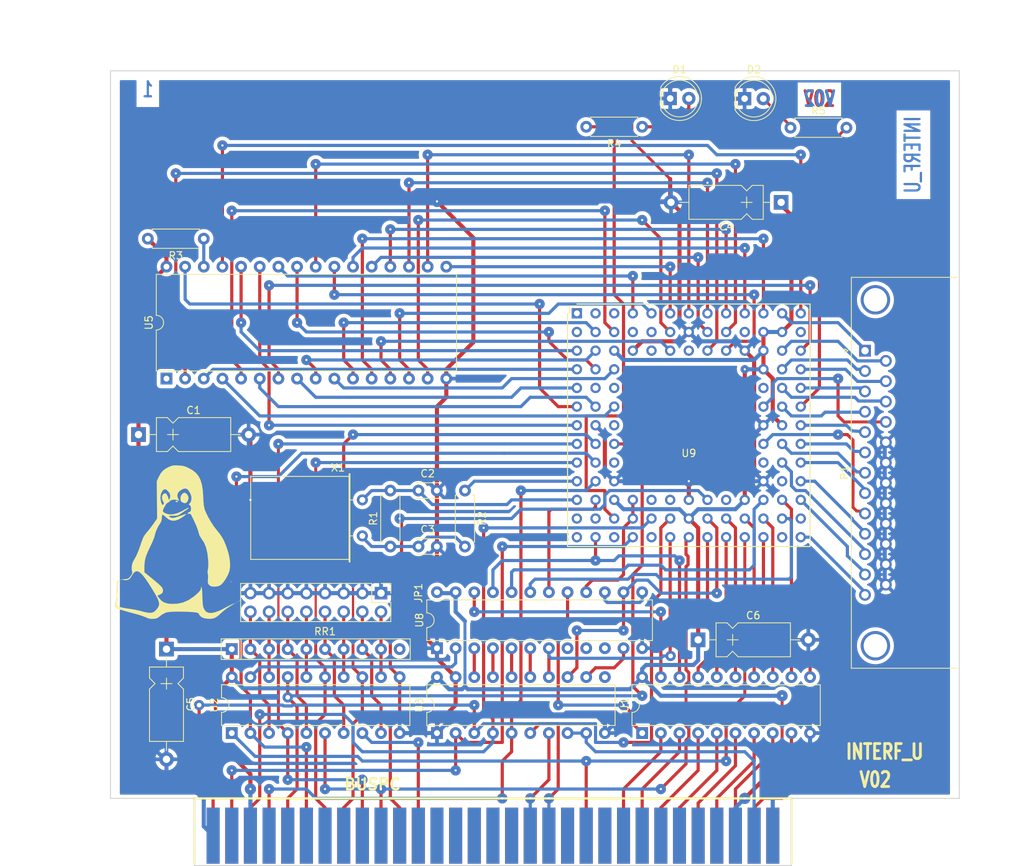
<source format=kicad_pcb>
(kicad_pcb (version 20201002) (generator pcbnew)
  (title_block (title "Demo") (rev "2.C") (company "Kicad"))
  (layers (0 "F.Cu" signal "top_copper") (31 "B.Cu" signal "bottom_copper") (34 "B.Paste" user) (35 "F.Paste" user) (36 "B.SilkS" user "B.Silkscreen") (37 "F.SilkS" user "F.Silkscreen") (38 "B.Mask" user) (39 "F.Mask" user) (44 "Edge.Cuts" user))
  (net 0 "")
  (net 1 "/8MH-OUT")
  (net 2 "/ACK")
  (net 3 "/AUTOFD-")
  (net 4 "/BIT0")
  (net 5 "/BIT1")
  (net 6 "/BIT2")
  (net 7 "/BIT3")
  (net 8 "/BIT4")
  (net 9 "/BIT5")
  (net 10 "/BIT6")
  (net 11 "/BIT7")
  (net 12 "/BUST+")
  (net 13 "/CLKLCA")
  (net 14 "/CS1-")
  (net 15 "/D0")
  (net 16 "/D1")
  (net 17 "/D2")
  (net 18 "/D3")
  (net 19 "/D4")
  (net 20 "/D5")
  (net 21 "/D6")
  (net 22 "/D7")
  (net 23 "/DIR")
  (net 24 "/DONE")
  (net 25 "/ENBBUF")
  (net 26 "/ERROR-")
  (net 27 "/INIT-")
  (net 28 "/LED1")
  (net 29 "/LED2")
  (net 30 "/MA0")
  (net 31 "/MA1")
  (net 32 "/MA10")
  (net 33 "/MA11")
  (net 34 "/MA12")
  (net 35 "/MA13")
  (net 36 "/MA14")
  (net 37 "/MA15")
  (net 38 "/MA16")
  (net 39 "/MA2")
  (net 40 "/MA3")
  (net 41 "/MA4")
  (net 42 "/MA5")
  (net 43 "/MA6")
  (net 44 "/MA7")
  (net 45 "/MA8")
  (net 46 "/MA9")
  (net 47 "/MATCHL")
  (net 48 "/MD0")
  (net 49 "/MD1")
  (net 50 "/MD2")
  (net 51 "/MD3")
  (net 52 "/MD4")
  (net 53 "/MD5")
  (net 54 "/MD6")
  (net 55 "/MD7")
  (net 56 "/OE-")
  (net 57 "/PC-A0")
  (net 58 "/PC-A1")
  (net 59 "/PC-A10")
  (net 60 "/PC-A11")
  (net 61 "/PC-A2")
  (net 62 "/PC-A3")
  (net 63 "/PC-A4")
  (net 64 "/PC-A5")
  (net 65 "/PC-A6")
  (net 66 "/PC-A7")
  (net 67 "/PC-A8")
  (net 68 "/PC-A9")
  (net 69 "/PC-AEN")
  (net 70 "/PC-DB0")
  (net 71 "/PC-DB1")
  (net 72 "/PC-DB2")
  (net 73 "/PC-DB3")
  (net 74 "/PC-DB4")
  (net 75 "/PC-DB5")
  (net 76 "/PC-DB6")
  (net 77 "/PC-DB7")
  (net 78 "/PC-IOR")
  (net 79 "/PC-IOW")
  (net 80 "/PC-RD")
  (net 81 "/PC-RST")
  (net 82 "/PC-WR")
  (net 83 "/PE+")
  (net 84 "/PROG-")
  (net 85 "/REF10")
  (net 86 "/REF11")
  (net 87 "/REF4")
  (net 88 "/REF5")
  (net 89 "/REF6")
  (net 90 "/REF7")
  (net 91 "/REF8")
  (net 92 "/REF9")
  (net 93 "/RSTL")
  (net 94 "/SEL_LPT")
  (net 95 "/SLCT+")
  (net 96 "/SLCTIN-")
  (net 97 "/STROBE")
  (net 98 "/WR-")
  (net 99 "/WR_REG")
  (net 100 "GND")
  (net 101 "VCC")
  (net 102 "Net-(C2-Pad1)")
  (net 103 "Net-(C3-Pad1)")
  (net 104 "Net-(R3-Pad1)")
  (net 105 "Net-(U3-Pad15)")
  (net 106 "Net-(U3-Pad16)")
  (net 107 "Net-(U3-Pad17)")
  (net 108 "Net-(U3-Pad18)")
  (net 109 "Net-(D1-Pad2)")
  (net 110 "Net-(D2-Pad2)")
  (net 111 "Net-(BUS1-Pad4)")
  (net 112 "Net-(BUS1-Pad5)")
  (net 113 "Net-(BUS1-Pad6)")
  (net 114 "Net-(BUS1-Pad7)")
  (net 115 "Net-(BUS1-Pad8)")
  (net 116 "Net-(BUS1-Pad9)")
  (net 117 "Net-(BUS1-Pad10)")
  (net 118 "Net-(BUS1-Pad11)")
  (net 119 "Net-(BUS1-Pad12)")
  (net 120 "Net-(BUS1-Pad15)")
  (net 121 "Net-(BUS1-Pad16)")
  (net 122 "Net-(BUS1-Pad17)")
  (net 123 "Net-(BUS1-Pad18)")
  (net 124 "Net-(BUS1-Pad19)")
  (net 125 "Net-(BUS1-Pad20)")
  (net 126 "Net-(BUS1-Pad21)")
  (net 127 "Net-(BUS1-Pad22)")
  (net 128 "Net-(BUS1-Pad23)")
  (net 129 "Net-(BUS1-Pad24)")
  (net 130 "Net-(BUS1-Pad25)")
  (net 131 "Net-(BUS1-Pad26)")
  (net 132 "Net-(BUS1-Pad27)")
  (net 133 "Net-(BUS1-Pad28)")
  (net 134 "Net-(BUS1-Pad30)")
  (net 135 "Net-(BUS1-Pad32)")
  (net 136 "Net-(BUS1-Pad41)")
  (net 137 "Net-(BUS1-Pad43)")
  (net 138 "Net-(BUS1-Pad44)")
  (net 139 "Net-(BUS1-Pad45)")
  (net 140 "Net-(BUS1-Pad46)")
  (net 141 "Net-(BUS1-Pad47)")
  (net 142 "Net-(BUS1-Pad48)")
  (net 143 "Net-(BUS1-Pad49)")
  (net 144 "Net-(BUS1-Pad50)")
  (net 145 "Net-(RR1-Pad10)")
  (net 146 "Net-(U3-Pad11)")
  (net 147 "Net-(U9-PadN1)")
  (net 148 "Net-(U9-PadN3)")
  (net 149 "Net-(U9-PadM1)")
  (net 150 "Net-(U9-PadM2)")
  (net 151 "Net-(U9-PadJ3)")
  (net 152 "Net-(U9-PadE2)")
  (net 153 "Net-(U9-PadE3)")
  (net 154 "Net-(U9-PadC5)")
  (net 155 "Net-(U9-PadB1)")
  (net 156 "Net-(U9-PadB4)")
  (net 157 "Net-(U9-PadB5)")
  (net 158 "Net-(U9-PadB10)")
  (net 159 "Net-(U9-PadB13)")
  (net 160 "Net-(U9-PadA1)")
  (net 161 "Net-(U9-PadA2)")
  (net 162 "Net-(U9-PadA3)")
  (net 163 "Net-(U9-PadN5)")
  (net 164 "Net-(U9-PadN12)")
  (net 165 "Net-(U9-PadL5)")
  (net 166 "Net-(U9-PadL6)")
  (net 167 "Net-(U9-PadL9)")
  (net 168 "Net-(U9-PadK12)")
  (net 169 "Net-(U9-PadJ11)")
  (net 170 "Net-(U9-PadE11)")
  (net 171 "Net-(U8-Pad8)")
  (net 172 "Net-(U8-Pad9)")
  (net 173 "Net-(U8-Pad10)")
  (module "Resistor_THT:R_Axial_DIN0207_L6.3mm_D2.5mm_P7.62mm_Horizontal" (layer "F.Cu") (at 171.958 42.037)
    (fp_text reference "R5" (at 3.81 -2.31) (layer "F.SilkS"))
    (fp_text value "330")
    (pad "1" thru_hole circle (at 0 0) (size 1.6 1.6) (drill 0.8) (layers *.Cu *.Mask) (net 110 "Net-(D2-Pad2)"))
    (pad "2" thru_hole oval (at 7.62 0) (size 1.6 1.6) (drill 0.8) (layers *.Cu *.Mask) (net 29 "/LED2"))
  )
  (module "Capacitor_THT:CP_Axial_L10.0mm_D4.5mm_P15.00mm_Horizontal" (layer "F.Cu") (at 159.385 111.76)
    (fp_text reference "C6" (at 7.5 -3.31) (layer "F.SilkS"))
    (fp_text value "47uF")
    (pad "1" thru_hole rect (at 0 0) (size 2 2) (drill 1) (layers *.Cu *.Mask) (net 101 "VCC"))
    (pad "2" thru_hole oval (at 15 0) (size 2 2) (drill 1) (layers *.Cu *.Mask) (net 100 "GND"))
  )
  (module "Capacitor_THT:CP_Axial_L10.0mm_D4.5mm_P15.00mm_Horizontal" (layer "F.Cu") (at 86.995 113.03 -90)
    (fp_text reference "C5" (at 7.5 -3.31 -90) (layer "F.SilkS"))
    (fp_text value "47uF")
    (pad "1" thru_hole rect (at 0 0 270) (size 2 2) (drill 1) (layers *.Cu *.Mask) (net 101 "VCC"))
    (pad "2" thru_hole oval (at 15 0 270) (size 2 2) (drill 1) (layers *.Cu *.Mask) (net 100 "GND"))
  )
  (module "Capacitor_THT:CP_Axial_L10.0mm_D4.5mm_P15.00mm_Horizontal" (layer "F.Cu") (at 170.688 52.197 180)
    (fp_text reference "C4" (at 7.5 -3.31 180) (layer "F.SilkS"))
    (fp_text value "47uF")
    (pad "1" thru_hole rect (at 0 0 180) (size 2 2) (drill 1) (layers *.Cu *.Mask) (net 101 "VCC"))
    (pad "2" thru_hole oval (at 15 0 180) (size 2 2) (drill 1) (layers *.Cu *.Mask) (net 100 "GND"))
  )
  (module "Capacitor_THT:CP_Axial_L10.0mm_D4.5mm_P15.00mm_Horizontal" (layer "F.Cu") (at 83.185 83.82)
    (fp_text reference "C1" (at 7.5 -3.31) (layer "F.SilkS"))
    (fp_text value "47uF")
    (pad "1" thru_hole rect (at 0 0) (size 2 2) (drill 1) (layers *.Cu *.Mask) (net 101 "VCC"))
    (pad "2" thru_hole oval (at 15 0) (size 2 2) (drill 1) (layers *.Cu *.Mask) (net 100 "GND"))
  )
  (module "Capacitor_THT:C_Disc_D3.0mm_W2.0mm_P2.50mm" (layer "F.Cu") (at 121.305 91.44)
    (fp_text reference "C2" (at 1.25 -2.31) (layer "F.SilkS"))
    (fp_text value "47pF")
    (pad "1" thru_hole circle (at 0 0) (size 1.6 1.6) (drill 0.8) (layers *.Cu *.Mask) (net 102 "Net-(C2-Pad1)"))
    (pad "2" thru_hole circle (at 2.5 0) (size 1.6 1.6) (drill 0.8) (layers *.Cu *.Mask) (net 100 "GND"))
  )
  (module "Capacitor_THT:C_Disc_D3.0mm_W2.0mm_P2.50mm" (layer "F.Cu") (at 121.305 99.06)
    (fp_text reference "C3" (at 1.25 -2.31) (layer "F.SilkS"))
    (fp_text value "47pF")
    (pad "1" thru_hole circle (at 0 0) (size 1.6 1.6) (drill 0.8) (layers *.Cu *.Mask) (net 103 "Net-(C3-Pad1)"))
    (pad "2" thru_hole circle (at 2.5 0) (size 1.6 1.6) (drill 0.8) (layers *.Cu *.Mask) (net 100 "GND"))
  )
  (module "Connector_PinHeader_2.54mm:PinHeader_2x08_P2.54mm_Vertical" (layer "F.Cu") (at 116.205 105.41 -90)
    (fp_text reference "JP1" (at 0 -5.1 -90) (layer "F.SilkS"))
    (fp_text value "CONN_8X2" hide)
    (pad "1" thru_hole rect (at 0 0 270) (size 1.7 1.7) (drill 1) (layers *.Cu *.Mask) (net 100 "GND"))
    (pad "2" thru_hole oval (at 2.54 0 270) (size 1.7 1.7) (drill 1) (layers *.Cu *.Mask) (net 85 "/REF10"))
    (pad "3" thru_hole oval (at 0 2.54 270) (size 1.7 1.7) (drill 1) (layers *.Cu *.Mask) (net 100 "GND"))
    (pad "4" thru_hole oval (at 2.54 2.54 270) (size 1.7 1.7) (drill 1) (layers *.Cu *.Mask) (net 86 "/REF11"))
    (pad "5" thru_hole oval (at 0 5.08 270) (size 1.7 1.7) (drill 1) (layers *.Cu *.Mask) (net 100 "GND"))
    (pad "6" thru_hole oval (at 2.54 5.08 270) (size 1.7 1.7) (drill 1) (layers *.Cu *.Mask) (net 90 "/REF7"))
    (pad "7" thru_hole oval (at 0 7.62 270) (size 1.7 1.7) (drill 1) (layers *.Cu *.Mask) (net 100 "GND"))
    (pad "8" thru_hole oval (at 2.54 7.62 270) (size 1.7 1.7) (drill 1) (layers *.Cu *.Mask) (net 92 "/REF9"))
    (pad "9" thru_hole oval (at 0 10.16 270) (size 1.7 1.7) (drill 1) (layers *.Cu *.Mask) (net 100 "GND"))
    (pad "10" thru_hole oval (at 2.54 10.16 270) (size 1.7 1.7) (drill 1) (layers *.Cu *.Mask) (net 89 "/REF6"))
    (pad "11" thru_hole oval (at 0 12.7 270) (size 1.7 1.7) (drill 1) (layers *.Cu *.Mask) (net 100 "GND"))
    (pad "12" thru_hole oval (at 2.54 12.7 270) (size 1.7 1.7) (drill 1) (layers *.Cu *.Mask) (net 91 "/REF8"))
    (pad "13" thru_hole oval (at 0 15.24 270) (size 1.7 1.7) (drill 1) (layers *.Cu *.Mask) (net 100 "GND"))
    (pad "14" thru_hole oval (at 2.54 15.24 270) (size 1.7 1.7) (drill 1) (layers *.Cu *.Mask) (net 87 "/REF4"))
    (pad "15" thru_hole oval (at 0 17.78 270) (size 1.7 1.7) (drill 1) (layers *.Cu *.Mask) (net 100 "GND"))
    (pad "16" thru_hole oval (at 2.54 17.78 270) (size 1.7 1.7) (drill 1) (layers *.Cu *.Mask) (net 88 "/REF5"))
  )
  (module "Package_DIP:DIP-20_W7.62mm" (layer "F.Cu") (at 151.765 124.46 90)
    (fp_text reference "U1" (at 3.81 -2.39 90) (layer "F.SilkS"))
    (fp_text value "74LS245")
    (pad "1" thru_hole rect (at 0 0 90) (size 1.6 1.6) (drill 0.8) (layers *.Cu *.Mask) (net 23 "/DIR"))
    (pad "2" thru_hole oval (at 0 2.54 90) (size 1.6 1.6) (drill 0.8) (layers *.Cu *.Mask) (net 70 "/PC-DB0"))
    (pad "3" thru_hole oval (at 0 5.08 90) (size 1.6 1.6) (drill 0.8) (layers *.Cu *.Mask) (net 71 "/PC-DB1"))
    (pad "4" thru_hole oval (at 0 7.62 90) (size 1.6 1.6) (drill 0.8) (layers *.Cu *.Mask) (net 72 "/PC-DB2"))
    (pad "5" thru_hole oval (at 0 10.16 90) (size 1.6 1.6) (drill 0.8) (layers *.Cu *.Mask) (net 73 "/PC-DB3"))
    (pad "6" thru_hole oval (at 0 12.7 90) (size 1.6 1.6) (drill 0.8) (layers *.Cu *.Mask) (net 74 "/PC-DB4"))
    (pad "7" thru_hole oval (at 0 15.24 90) (size 1.6 1.6) (drill 0.8) (layers *.Cu *.Mask) (net 75 "/PC-DB5"))
    (pad "8" thru_hole oval (at 0 17.78 90) (size 1.6 1.6) (drill 0.8) (layers *.Cu *.Mask) (net 76 "/PC-DB6"))
    (pad "9" thru_hole oval (at 0 20.32 90) (size 1.6 1.6) (drill 0.8) (layers *.Cu *.Mask) (net 77 "/PC-DB7"))
    (pad "10" thru_hole oval (at 0 22.86 90) (size 1.6 1.6) (drill 0.8) (layers *.Cu *.Mask) (net 100 "GND"))
    (pad "11" thru_hole oval (at 7.62 22.86 90) (size 1.6 1.6) (drill 0.8) (layers *.Cu *.Mask) (net 22 "/D7"))
    (pad "12" thru_hole oval (at 7.62 20.32 90) (size 1.6 1.6) (drill 0.8) (layers *.Cu *.Mask) (net 21 "/D6"))
    (pad "13" thru_hole oval (at 7.62 17.78 90) (size 1.6 1.6) (drill 0.8) (layers *.Cu *.Mask) (net 20 "/D5"))
    (pad "14" thru_hole oval (at 7.62 15.24 90) (size 1.6 1.6) (drill 0.8) (layers *.Cu *.Mask) (net 19 "/D4"))
    (pad "15" thru_hole oval (at 7.62 12.7 90) (size 1.6 1.6) (drill 0.8) (layers *.Cu *.Mask) (net 18 "/D3"))
    (pad "16" thru_hole oval (at 7.62 10.16 90) (size 1.6 1.6) (drill 0.8) (layers *.Cu *.Mask) (net 17 "/D2"))
    (pad "17" thru_hole oval (at 7.62 7.62 90) (size 1.6 1.6) (drill 0.8) (layers *.Cu *.Mask) (net 16 "/D1"))
    (pad "18" thru_hole oval (at 7.62 5.08 90) (size 1.6 1.6) (drill 0.8) (layers *.Cu *.Mask) (net 15 "/D0"))
    (pad "19" thru_hole oval (at 7.62 2.54 90) (size 1.6 1.6) (drill 0.8) (layers *.Cu *.Mask) (net 25 "/ENBBUF"))
    (pad "20" thru_hole oval (at 7.62 0 90) (size 1.6 1.6) (drill 0.8) (layers *.Cu *.Mask) (net 101 "VCC"))
  )
  (module "Package_DIP:DIP-20_W7.62mm" (layer "F.Cu") (at 95.885 124.46 90)
    (fp_text reference "U2" (at 3.81 -2.39 90) (layer "F.SilkS"))
    (fp_text value "74LS688")
    (pad "1" thru_hole rect (at 0 0 90) (size 1.6 1.6) (drill 0.8) (layers *.Cu *.Mask) (net 69 "/PC-AEN"))
    (pad "2" thru_hole oval (at 0 2.54 90) (size 1.6 1.6) (drill 0.8) (layers *.Cu *.Mask) (net 64 "/PC-A5"))
    (pad "3" thru_hole oval (at 0 5.08 90) (size 1.6 1.6) (drill 0.8) (layers *.Cu *.Mask) (net 88 "/REF5"))
    (pad "4" thru_hole oval (at 0 7.62 90) (size 1.6 1.6) (drill 0.8) (layers *.Cu *.Mask) (net 67 "/PC-A8"))
    (pad "5" thru_hole oval (at 0 10.16 90) (size 1.6 1.6) (drill 0.8) (layers *.Cu *.Mask) (net 91 "/REF8"))
    (pad "6" thru_hole oval (at 0 12.7 90) (size 1.6 1.6) (drill 0.8) (layers *.Cu *.Mask) (net 68 "/PC-A9"))
    (pad "7" thru_hole oval (at 0 15.24 90) (size 1.6 1.6) (drill 0.8) (layers *.Cu *.Mask) (net 92 "/REF9"))
    (pad "8" thru_hole oval (at 0 17.78 90) (size 1.6 1.6) (drill 0.8) (layers *.Cu *.Mask) (net 60 "/PC-A11"))
    (pad "9" thru_hole oval (at 0 20.32 90) (size 1.6 1.6) (drill 0.8) (layers *.Cu *.Mask) (net 86 "/REF11"))
    (pad "10" thru_hole oval (at 0 22.86 90) (size 1.6 1.6) (drill 0.8) (layers *.Cu *.Mask) (net 100 "GND"))
    (pad "11" thru_hole oval (at 7.62 22.86 90) (size 1.6 1.6) (drill 0.8) (layers *.Cu *.Mask) (net 59 "/PC-A10"))
    (pad "12" thru_hole oval (at 7.62 20.32 90) (size 1.6 1.6) (drill 0.8) (layers *.Cu *.Mask) (net 85 "/REF10"))
    (pad "13" thru_hole oval (at 7.62 17.78 90) (size 1.6 1.6) (drill 0.8) (layers *.Cu *.Mask) (net 66 "/PC-A7"))
    (pad "14" thru_hole oval (at 7.62 15.24 90) (size 1.6 1.6) (drill 0.8) (layers *.Cu *.Mask) (net 90 "/REF7"))
    (pad "15" thru_hole oval (at 7.62 12.7 90) (size 1.6 1.6) (drill 0.8) (layers *.Cu *.Mask) (net 65 "/PC-A6"))
    (pad "16" thru_hole oval (at 7.62 10.16 90) (size 1.6 1.6) (drill 0.8) (layers *.Cu *.Mask) (net 89 "/REF6"))
    (pad "17" thru_hole oval (at 7.62 7.62 90) (size 1.6 1.6) (drill 0.8) (layers *.Cu *.Mask) (net 63 "/PC-A4"))
    (pad "18" thru_hole oval (at 7.62 5.08 90) (size 1.6 1.6) (drill 0.8) (layers *.Cu *.Mask) (net 87 "/REF4"))
    (pad "19" thru_hole oval (at 7.62 2.54 90) (size 1.6 1.6) (drill 0.8) (layers *.Cu *.Mask) (net 47 "/MATCHL"))
    (pad "20" thru_hole oval (at 7.62 0 90) (size 1.6 1.6) (drill 0.8) (layers *.Cu *.Mask) (net 101 "VCC"))
  )
  (module "Package_DIP:DIP-20_W7.62mm" (layer "F.Cu") (at 123.825 124.46 90)
    (fp_text reference "U3" (at 3.81 -2.39 90) (layer "F.SilkS"))
    (fp_text value "74LS541")
    (pad "1" thru_hole rect (at 0 0 90) (size 1.6 1.6) (drill 0.8) (layers *.Cu *.Mask) (net 100 "GND"))
    (pad "2" thru_hole oval (at 0 2.54 90) (size 1.6 1.6) (drill 0.8) (layers *.Cu *.Mask) (net 58 "/PC-A1"))
    (pad "3" thru_hole oval (at 0 5.08 90) (size 1.6 1.6) (drill 0.8) (layers *.Cu *.Mask) (net 57 "/PC-A0"))
    (pad "4" thru_hole oval (at 0 7.62 90) (size 1.6 1.6) (drill 0.8) (layers *.Cu *.Mask) (net 61 "/PC-A2"))
    (pad "5" thru_hole oval (at 0 10.16 90) (size 1.6 1.6) (drill 0.8) (layers *.Cu *.Mask) (net 62 "/PC-A3"))
    (pad "6" thru_hole oval (at 0 12.7 90) (size 1.6 1.6) (drill 0.8) (layers *.Cu *.Mask) (net 79 "/PC-IOW"))
    (pad "7" thru_hole oval (at 0 15.24 90) (size 1.6 1.6) (drill 0.8) (layers *.Cu *.Mask) (net 78 "/PC-IOR"))
    (pad "8" thru_hole oval (at 0 17.78 90) (size 1.6 1.6) (drill 0.8) (layers *.Cu *.Mask) (net 81 "/PC-RST"))
    (pad "9" thru_hole oval (at 0 20.32 90) (size 1.6 1.6) (drill 0.8) (layers *.Cu *.Mask) (net 81 "/PC-RST"))
    (pad "10" thru_hole oval (at 0 22.86 90) (size 1.6 1.6) (drill 0.8) (layers *.Cu *.Mask) (net 100 "GND"))
    (pad "11" thru_hole oval (at 7.62 22.86 90) (size 1.6 1.6) (drill 0.8) (layers *.Cu *.Mask) (net 146 "Net-(U3-Pad11)"))
    (pad "12" thru_hole oval (at 7.62 20.32 90) (size 1.6 1.6) (drill 0.8) (layers *.Cu *.Mask) (net 93 "/RSTL"))
    (pad "13" thru_hole oval (at 7.62 17.78 90) (size 1.6 1.6) (drill 0.8) (layers *.Cu *.Mask) (net 80 "/PC-RD"))
    (pad "14" thru_hole oval (at 7.62 15.24 90) (size 1.6 1.6) (drill 0.8) (layers *.Cu *.Mask) (net 82 "/PC-WR"))
    (pad "15" thru_hole oval (at 7.62 12.7 90) (size 1.6 1.6) (drill 0.8) (layers *.Cu *.Mask) (net 105 "Net-(U3-Pad15)"))
    (pad "16" thru_hole oval (at 7.62 10.16 90) (size 1.6 1.6) (drill 0.8) (layers *.Cu *.Mask) (net 106 "Net-(U3-Pad16)"))
    (pad "17" thru_hole oval (at 7.62 7.62 90) (size 1.6 1.6) (drill 0.8) (layers *.Cu *.Mask) (net 107 "Net-(U3-Pad17)"))
    (pad "18" thru_hole oval (at 7.62 5.08 90) (size 1.6 1.6) (drill 0.8) (layers *.Cu *.Mask) (net 108 "Net-(U3-Pad18)"))
    (pad "19" thru_hole oval (at 7.62 2.54 90) (size 1.6 1.6) (drill 0.8) (layers *.Cu *.Mask) (net 100 "GND"))
    (pad "20" thru_hole oval (at 7.62 0 90) (size 1.6 1.6) (drill 0.8) (layers *.Cu *.Mask) (net 101 "VCC"))
  )
  (module "LOGO" (layer "F.Cu") (at 88.646 98.425)
    (fp_text reference "G1" hide)
    (fp_text value "Tux" hide)
  )
  (module "Package_DIP:DIP-32_W15.24mm" (layer "F.Cu") (at 86.995 76.2 90)
    (fp_text reference "U5" (at 7.62 -2.39 90) (layer "F.SilkS"))
    (fp_text value "628128")
    (pad "1" thru_hole rect (at 0 0 90) (size 1.6 1.6) (drill 0.8) (layers *.Cu *.Mask))
    (pad "2" thru_hole oval (at 0 2.54 90) (size 1.6 1.6) (drill 0.8) (layers *.Cu *.Mask) (net 38 "/MA16"))
    (pad "3" thru_hole oval (at 0 5.08 90) (size 1.6 1.6) (drill 0.8) (layers *.Cu *.Mask) (net 36 "/MA14"))
    (pad "4" thru_hole oval (at 0 7.62 90) (size 1.6 1.6) (drill 0.8) (layers *.Cu *.Mask) (net 34 "/MA12"))
    (pad "5" thru_hole oval (at 0 10.16 90) (size 1.6 1.6) (drill 0.8) (layers *.Cu *.Mask) (net 44 "/MA7"))
    (pad "6" thru_hole oval (at 0 12.7 90) (size 1.6 1.6) (drill 0.8) (layers *.Cu *.Mask) (net 43 "/MA6"))
    (pad "7" thru_hole oval (at 0 15.24 90) (size 1.6 1.6) (drill 0.8) (layers *.Cu *.Mask) (net 42 "/MA5"))
    (pad "8" thru_hole oval (at 0 17.78 90) (size 1.6 1.6) (drill 0.8) (layers *.Cu *.Mask) (net 41 "/MA4"))
    (pad "9" thru_hole oval (at 0 20.32 90) (size 1.6 1.6) (drill 0.8) (layers *.Cu *.Mask) (net 40 "/MA3"))
    (pad "10" thru_hole oval (at 0 22.86 90) (size 1.6 1.6) (drill 0.8) (layers *.Cu *.Mask) (net 39 "/MA2"))
    (pad "11" thru_hole oval (at 0 25.4 90) (size 1.6 1.6) (drill 0.8) (layers *.Cu *.Mask) (net 31 "/MA1"))
    (pad "12" thru_hole oval (at 0 27.94 90) (size 1.6 1.6) (drill 0.8) (layers *.Cu *.Mask) (net 30 "/MA0"))
    (pad "13" thru_hole oval (at 0 30.48 90) (size 1.6 1.6) (drill 0.8) (layers *.Cu *.Mask) (net 48 "/MD0"))
    (pad "14" thru_hole oval (at 0 33.02 90) (size 1.6 1.6) (drill 0.8) (layers *.Cu *.Mask) (net 49 "/MD1"))
    (pad "15" thru_hole oval (at 0 35.56 90) (size 1.6 1.6) (drill 0.8) (layers *.Cu *.Mask) (net 50 "/MD2"))
    (pad "16" thru_hole oval (at 0 38.1 90) (size 1.6 1.6) (drill 0.8) (layers *.Cu *.Mask) (net 100 "GND"))
    (pad "17" thru_hole oval (at 15.24 38.1 90) (size 1.6 1.6) (drill 0.8) (layers *.Cu *.Mask) (net 51 "/MD3"))
    (pad "18" thru_hole oval (at 15.24 35.56 90) (size 1.6 1.6) (drill 0.8) (layers *.Cu *.Mask) (net 52 "/MD4"))
    (pad "19" thru_hole oval (at 15.24 33.02 90) (size 1.6 1.6) (drill 0.8) (layers *.Cu *.Mask) (net 53 "/MD5"))
    (pad "20" thru_hole oval (at 15.24 30.48 90) (size 1.6 1.6) (drill 0.8) (layers *.Cu *.Mask) (net 54 "/MD6"))
    (pad "21" thru_hole oval (at 15.24 27.94 90) (size 1.6 1.6) (drill 0.8) (layers *.Cu *.Mask) (net 55 "/MD7"))
    (pad "22" thru_hole oval (at 15.24 25.4 90) (size 1.6 1.6) (drill 0.8) (layers *.Cu *.Mask) (net 14 "/CS1-"))
    (pad "23" thru_hole oval (at 15.24 22.86 90) (size 1.6 1.6) (drill 0.8) (layers *.Cu *.Mask) (net 32 "/MA10"))
    (pad "24" thru_hole oval (at 15.24 20.32 90) (size 1.6 1.6) (drill 0.8) (layers *.Cu *.Mask) (net 56 "/OE-"))
    (pad "25" thru_hole oval (at 15.24 17.78 90) (size 1.6 1.6) (drill 0.8) (layers *.Cu *.Mask) (net 33 "/MA11"))
    (pad "26" thru_hole oval (at 15.24 15.24 90) (size 1.6 1.6) (drill 0.8) (layers *.Cu *.Mask) (net 46 "/MA9"))
    (pad "27" thru_hole oval (at 15.24 12.7 90) (size 1.6 1.6) (drill 0.8) (layers *.Cu *.Mask) (net 45 "/MA8"))
    (pad "28" thru_hole oval (at 15.24 10.16 90) (size 1.6 1.6) (drill 0.8) (layers *.Cu *.Mask) (net 35 "/MA13"))
    (pad "29" thru_hole oval (at 15.24 7.62 90) (size 1.6 1.6) (drill 0.8) (layers *.Cu *.Mask) (net 98 "/WR-"))
    (pad "30" thru_hole oval (at 15.24 5.08 90) (size 1.6 1.6) (drill 0.8) (layers *.Cu *.Mask) (net 104 "Net-(R3-Pad1)"))
    (pad "31" thru_hole oval (at 15.24 2.54 90) (size 1.6 1.6) (drill 0.8) (layers *.Cu *.Mask) (net 37 "/MA15"))
    (pad "32" thru_hole oval (at 15.24 0 90) (size 1.6 1.6) (drill 0.8) (layers *.Cu *.Mask) (net 101 "VCC"))
  )
  (module "Package_DIP:DIP-24_W7.62mm" (layer "F.Cu") (at 123.825 112.903 90)
    (fp_text reference "U8" (at 3.81 -2.39 90) (layer "F.SilkS"))
    (fp_text value "EP600")
    (pad "1" thru_hole rect (at 0 0 90) (size 1.6 1.6) (drill 0.8) (layers *.Cu *.Mask) (net 100 "GND"))
    (pad "2" thru_hole oval (at 0 2.54 90) (size 1.6 1.6) (drill 0.8) (layers *.Cu *.Mask) (net 47 "/MATCHL"))
    (pad "3" thru_hole oval (at 0 5.08 90) (size 1.6 1.6) (drill 0.8) (layers *.Cu *.Mask) (net 108 "Net-(U3-Pad18)"))
    (pad "4" thru_hole oval (at 0 7.62 90) (size 1.6 1.6) (drill 0.8) (layers *.Cu *.Mask) (net 107 "Net-(U3-Pad17)"))
    (pad "5" thru_hole oval (at 0 10.16 90) (size 1.6 1.6) (drill 0.8) (layers *.Cu *.Mask) (net 106 "Net-(U3-Pad16)"))
    (pad "6" thru_hole oval (at 0 12.7 90) (size 1.6 1.6) (drill 0.8) (layers *.Cu *.Mask) (net 105 "Net-(U3-Pad15)"))
    (pad "7" thru_hole oval (at 0 15.24 90) (size 1.6 1.6) (drill 0.8) (layers *.Cu *.Mask) (net 82 "/PC-WR"))
    (pad "8" thru_hole oval (at 0 17.78 90) (size 1.6 1.6) (drill 0.8) (layers *.Cu *.Mask) (net 171 "Net-(U8-Pad8)"))
    (pad "9" thru_hole oval (at 0 20.32 90) (size 1.6 1.6) (drill 0.8) (layers *.Cu *.Mask) (net 172 "Net-(U8-Pad9)"))
    (pad "10" thru_hole oval (at 0 22.86 90) (size 1.6 1.6) (drill 0.8) (layers *.Cu *.Mask) (net 173 "Net-(U8-Pad10)"))
    (pad "11" thru_hole oval (at 0 25.4 90) (size 1.6 1.6) (drill 0.8) (layers *.Cu *.Mask) (net 93 "/RSTL"))
    (pad "12" thru_hole oval (at 0 27.94 90) (size 1.6 1.6) (drill 0.8) (layers *.Cu *.Mask) (net 100 "GND"))
    (pad "13" thru_hole oval (at 7.62 27.94 90) (size 1.6 1.6) (drill 0.8) (layers *.Cu *.Mask) (net 99 "/WR_REG"))
    (pad "14" thru_hole oval (at 7.62 25.4 90) (size 1.6 1.6) (drill 0.8) (layers *.Cu *.Mask) (net 80 "/PC-RD"))
    (pad "15" thru_hole oval (at 7.62 22.86 90) (size 1.6 1.6) (drill 0.8) (layers *.Cu *.Mask) (net 99 "/WR_REG"))
    (pad "16" thru_hole oval (at 7.62 20.32 90) (size 1.6 1.6) (drill 0.8) (layers *.Cu *.Mask) (net 13 "/CLKLCA"))
    (pad "17" thru_hole oval (at 7.62 17.78 90) (size 1.6 1.6) (drill 0.8) (layers *.Cu *.Mask) (net 23 "/DIR"))
    (pad "18" thru_hole oval (at 7.62 15.24 90) (size 1.6 1.6) (drill 0.8) (layers *.Cu *.Mask) (net 94 "/SEL_LPT"))
    (pad "19" thru_hole oval (at 7.62 12.7 90) (size 1.6 1.6) (drill 0.8) (layers *.Cu *.Mask) (net 84 "/PROG-"))
    (pad "20" thru_hole oval (at 7.62 10.16 90) (size 1.6 1.6) (drill 0.8) (layers *.Cu *.Mask) (net 24 "/DONE"))
    (pad "21" thru_hole oval (at 7.62 7.62 90) (size 1.6 1.6) (drill 0.8) (layers *.Cu *.Mask) (net 15 "/D0"))
    (pad "22" thru_hole oval (at 7.62 5.08 90) (size 1.6 1.6) (drill 0.8) (layers *.Cu *.Mask) (net 25 "/ENBBUF"))
    (pad "23" thru_hole oval (at 7.62 2.54 90) (size 1.6 1.6) (drill 0.8) (layers *.Cu *.Mask) (net 101 "VCC"))
    (pad "24" thru_hole oval (at 7.62 0 90) (size 1.6 1.6) (drill 0.8) (layers *.Cu *.Mask) (net 101 "VCC"))
  )
  (module "Crystal:Crystal_HC18-U_Horizontal" (layer "F.Cu") (at 113.665 92.71 -90)
    (fp_text reference "X1" (at -4.375 3.3125) (layer "F.SilkS"))
    (fp_text value "8MHz")
    (pad "1" thru_hole circle (at 0 0 270) (size 1.5 1.5) (drill 0.8) (layers *.Cu *.Mask) (net 102 "Net-(C2-Pad1)"))
    (pad "2" thru_hole circle (at 4.9 0 270) (size 1.5 1.5) (drill 0.8) (layers *.Cu *.Mask) (net 103 "Net-(C3-Pad1)"))
  )
  (module "Resistor_THT:R_Axial_DIN0207_L6.3mm_D2.5mm_P7.62mm_Horizontal" (layer "F.Cu") (at 151.765 41.91 180)
    (fp_text reference "R4" (at 3.81 -2.31 180) (layer "F.SilkS"))
    (fp_text value "330")
    (pad "1" thru_hole circle (at 0 0 180) (size 1.6 1.6) (drill 0.8) (layers *.Cu *.Mask) (net 109 "Net-(D1-Pad2)"))
    (pad "2" thru_hole oval (at 7.62 0 180) (size 1.6 1.6) (drill 0.8) (layers *.Cu *.Mask) (net 28 "/LED1"))
  )
  (module "LED_THT:LED_D5.0mm" (layer "F.Cu") (at 155.58 38.06)
    (fp_text reference "D1" (at 1.27 -3.96) (layer "F.SilkS"))
    (fp_text value "LED")
    (pad "1" thru_hole rect (at 0 0) (size 1.8 1.8) (drill 0.9) (layers *.Cu *.Mask) (net 100 "GND"))
    (pad "2" thru_hole circle (at 2.54 0) (size 1.8 1.8) (drill 0.9) (layers *.Cu *.Mask) (net 109 "Net-(D1-Pad2)"))
  )
  (module "LED_THT:LED_D5.0mm" (layer "F.Cu") (at 165.71 38.08)
    (fp_text reference "D2" (at 1.27 -3.96) (layer "F.SilkS"))
    (fp_text value "LED")
    (pad "1" thru_hole rect (at 0 0) (size 1.8 1.8) (drill 0.9) (layers *.Cu *.Mask) (net 100 "GND"))
    (pad "2" thru_hole circle (at 2.54 0) (size 1.8 1.8) (drill 0.9) (layers *.Cu *.Mask) (net 110 "Net-(D2-Pad2)"))
  )
  (module "Connector_Dsub:DSUB-25_Female_Horizontal_P2.77x2.84mm_EdgePinOffset9.90mm_Housed_MountingHolesOffset11.32mm" (layer "F.Cu") (at 182.1 72.4 90)
    (fp_text reference "P1" (at -16.62 -2.8 90) (layer "F.SilkS"))
    (fp_text value "DB25FEMELLE")
    (pad "0" thru_hole circle (at 6.93 1.42 90) (size 4 4) (drill 3.2) (layers *.Cu *.Mask))
    (pad "0" thru_hole circle (at -40.17 1.42 90) (size 4 4) (drill 3.2) (layers *.Cu *.Mask))
    (pad "1" thru_hole rect (at 0 0 90) (size 1.6 1.6) (drill 1) (layers *.Cu *.Mask) (net 97 "/STROBE"))
    (pad "2" thru_hole circle (at -2.77 0 90) (size 1.6 1.6) (drill 1) (layers *.Cu *.Mask) (net 4 "/BIT0"))
    (pad "3" thru_hole circle (at -5.54 0 90) (size 1.6 1.6) (drill 1) (layers *.Cu *.Mask) (net 5 "/BIT1"))
    (pad "4" thru_hole circle (at -8.31 0 90) (size 1.6 1.6) (drill 1) (layers *.Cu *.Mask) (net 6 "/BIT2"))
    (pad "5" thru_hole circle (at -11.08 0 90) (size 1.6 1.6) (drill 1) (layers *.Cu *.Mask) (net 7 "/BIT3"))
    (pad "6" thru_hole circle (at -13.85 0 90) (size 1.6 1.6) (drill 1) (layers *.Cu *.Mask) (net 8 "/BIT4"))
    (pad "7" thru_hole circle (at -16.62 0 90) (size 1.6 1.6) (drill 1) (layers *.Cu *.Mask) (net 9 "/BIT5"))
    (pad "8" thru_hole circle (at -19.39 0 90) (size 1.6 1.6) (drill 1) (layers *.Cu *.Mask) (net 10 "/BIT6"))
    (pad "9" thru_hole circle (at -22.16 0 90) (size 1.6 1.6) (drill 1) (layers *.Cu *.Mask) (net 11 "/BIT7"))
    (pad "10" thru_hole circle (at -24.93 0 90) (size 1.6 1.6) (drill 1) (layers *.Cu *.Mask) (net 2 "/ACK"))
    (pad "11" thru_hole circle (at -27.7 0 90) (size 1.6 1.6) (drill 1) (layers *.Cu *.Mask) (net 12 "/BUST+"))
    (pad "12" thru_hole circle (at -30.47 0 90) (size 1.6 1.6) (drill 1) (layers *.Cu *.Mask) (net 83 "/PE+"))
    (pad "13" thru_hole circle (at -33.24 0 90) (size 1.6 1.6) (drill 1) (layers *.Cu *.Mask) (net 95 "/SLCT+"))
    (pad "14" thru_hole circle (at -1.385 2.84 90) (size 1.6 1.6) (drill 1) (layers *.Cu *.Mask) (net 3 "/AUTOFD-"))
    (pad "15" thru_hole circle (at -4.155 2.84 90) (size 1.6 1.6) (drill 1) (layers *.Cu *.Mask) (net 26 "/ERROR-"))
    (pad "16" thru_hole circle (at -6.925 2.84 90) (size 1.6 1.6) (drill 1) (layers *.Cu *.Mask) (net 27 "/INIT-"))
    (pad "17" thru_hole circle (at -9.695 2.84 90) (size 1.6 1.6) (drill 1) (layers *.Cu *.Mask) (net 96 "/SLCTIN-"))
    (pad "18" thru_hole circle (at -12.465 2.84 90) (size 1.6 1.6) (drill 1) (layers *.Cu *.Mask) (net 100 "GND"))
    (pad "19" thru_hole circle (at -15.235 2.84 90) (size 1.6 1.6) (drill 1) (layers *.Cu *.Mask) (net 100 "GND"))
    (pad "20" thru_hole circle (at -18.005 2.84 90) (size 1.6 1.6) (drill 1) (layers *.Cu *.Mask) (net 100 "GND"))
    (pad "21" thru_hole circle (at -20.775 2.84 90) (size 1.6 1.6) (drill 1) (layers *.Cu *.Mask) (net 100 "GND"))
    (pad "22" thru_hole circle (at -23.545 2.84 90) (size 1.6 1.6) (drill 1) (layers *.Cu *.Mask) (net 100 "GND"))
    (pad "23" thru_hole circle (at -26.315 2.84 90) (size 1.6 1.6) (drill 1) (layers *.Cu *.Mask) (net 100 "GND"))
    (pad "24" thru_hole circle (at -29.085 2.84 90) (size 1.6 1.6) (drill 1) (layers *.Cu *.Mask) (net 100 "GND"))
    (pad "25" thru_hole circle (at -31.855 2.84 90) (size 1.6 1.6) (drill 1) (layers *.Cu *.Mask) (net 100 "GND"))
  )
  (module "Resistor_THT:R_Array_SIP10" (layer "F.Cu") (at 95.885 113.03)
    (fp_text reference "RR1" (at 12.7 -2.4) (layer "F.SilkS"))
    (fp_text value "9x1K")
    (pad "1" thru_hole rect (at 0 0) (size 1.6 1.6) (drill 0.8) (layers *.Cu *.Mask) (net 101 "VCC"))
    (pad "2" thru_hole oval (at 2.54 0) (size 1.6 1.6) (drill 0.8) (layers *.Cu *.Mask) (net 88 "/REF5"))
    (pad "3" thru_hole oval (at 5.08 0) (size 1.6 1.6) (drill 0.8) (layers *.Cu *.Mask) (net 87 "/REF4"))
    (pad "4" thru_hole oval (at 7.62 0) (size 1.6 1.6) (drill 0.8) (layers *.Cu *.Mask) (net 91 "/REF8"))
    (pad "5" thru_hole oval (at 10.16 0) (size 1.6 1.6) (drill 0.8) (layers *.Cu *.Mask) (net 89 "/REF6"))
    (pad "6" thru_hole oval (at 12.7 0) (size 1.6 1.6) (drill 0.8) (layers *.Cu *.Mask) (net 92 "/REF9"))
    (pad "7" thru_hole oval (at 15.24 0) (size 1.6 1.6) (drill 0.8) (layers *.Cu *.Mask) (net 90 "/REF7"))
    (pad "8" thru_hole oval (at 17.78 0) (size 1.6 1.6) (drill 0.8) (layers *.Cu *.Mask) (net 86 "/REF11"))
    (pad "9" thru_hole oval (at 20.32 0) (size 1.6 1.6) (drill 0.8) (layers *.Cu *.Mask) (net 85 "/REF10"))
    (pad "10" thru_hole oval (at 22.86 0) (size 1.6 1.6) (drill 0.8) (layers *.Cu *.Mask) (net 145 "Net-(RR1-Pad10)"))
  )
  (module "interf_u:PGA120" (layer "F.Cu") (at 158.115 82.55 180)
    (fp_text reference "U9" (at 0 -3.81 180) (layer "F.SilkS"))
    (fp_text value "4003APG120")
    (pad "A1" thru_hole rect (at 15.24 15.24 180) (size 1.4 1.4) (drill 0.8) (layers *.Cu *.Mask) (net 160 "Net-(U9-PadA1)"))
    (pad "A2" thru_hole circle (at 12.7 15.24 180) (size 1.4 1.4) (drill 0.8) (layers *.Cu *.Mask) (net 161 "Net-(U9-PadA2)"))
    (pad "A3" thru_hole circle (at 10.16 15.24 180) (size 1.4 1.4) (drill 0.8) (layers *.Cu *.Mask) (net 162 "Net-(U9-PadA3)"))
    (pad "A4" thru_hole circle (at 7.62 15.24 180) (size 1.4 1.4) (drill 0.8) (layers *.Cu *.Mask) (net 46 "/MA9"))
    (pad "A5" thru_hole circle (at 5.08 15.24 180) (size 1.4 1.4) (drill 0.8) (layers *.Cu *.Mask) (net 49 "/MD1"))
    (pad "A6" thru_hole circle (at 2.54 15.24 180) (size 1.4 1.4) (drill 0.8) (layers *.Cu *.Mask) (net 51 "/MD3"))
    (pad "A7" thru_hole circle (at 0 15.24 180) (size 1.4 1.4) (drill 0.8) (layers *.Cu *.Mask) (net 52 "/MD4"))
    (pad "A8" thru_hole circle (at -2.54 15.24 180) (size 1.4 1.4) (drill 0.8) (layers *.Cu *.Mask) (net 53 "/MD5"))
    (pad "A9" thru_hole circle (at -5.08 15.24 180) (size 1.4 1.4) (drill 0.8) (layers *.Cu *.Mask) (net 54 "/MD6"))
    (pad "A10" thru_hole circle (at -7.62 15.24 180) (size 1.4 1.4) (drill 0.8) (layers *.Cu *.Mask) (net 14 "/CS1-"))
    (pad "A11" thru_hole circle (at -10.16 15.24 180) (size 1.4 1.4) (drill 0.8) (layers *.Cu *.Mask) (net 30 "/MA0"))
    (pad "A12" thru_hole circle (at -12.7 15.24 180) (size 1.4 1.4) (drill 0.8) (layers *.Cu *.Mask) (net 97 "/STROBE"))
    (pad "A13" thru_hole circle (at -15.24 15.24 180) (size 1.4 1.4) (drill 0.8) (layers *.Cu *.Mask) (net 98 "/WR-"))
    (pad "B1" thru_hole circle (at 15.24 12.7 180) (size 1.4 1.4) (drill 0.8) (layers *.Cu *.Mask) (net 155 "Net-(U9-PadB1)"))
    (pad "B2" thru_hole circle (at 12.7 12.7 180) (size 1.4 1.4) (drill 0.8) (layers *.Cu *.Mask) (net 31 "/MA1"))
    (pad "B3" thru_hole circle (at 10.16 12.7 180) (size 1.4 1.4) (drill 0.8) (layers *.Cu *.Mask) (net 44 "/MA7"))
    (pad "B4" thru_hole circle (at 7.62 12.7 180) (size 1.4 1.4) (drill 0.8) (layers *.Cu *.Mask) (net 156 "Net-(U9-PadB4)"))
    (pad "B5" thru_hole circle (at 5.08 12.7 180) (size 1.4 1.4) (drill 0.8) (layers *.Cu *.Mask) (net 157 "Net-(U9-PadB5)"))
    (pad "B6" thru_hole circle (at 2.54 12.7 180) (size 1.4 1.4) (drill 0.8) (layers *.Cu *.Mask) (net 50 "/MD2"))
    (pad "B7" thru_hole circle (at 0 12.7 180) (size 1.4 1.4) (drill 0.8) (layers *.Cu *.Mask) (net 100 "GND"))
    (pad "B8" thru_hole circle (at -2.54 12.7 180) (size 1.4 1.4) (drill 0.8) (layers *.Cu *.Mask) (net 55 "/MD7"))
    (pad "B9" thru_hole circle (at -5.08 12.7 180) (size 1.4 1.4) (drill 0.8) (layers *.Cu *.Mask) (net 56 "/OE-"))
    (pad "B10" thru_hole circle (at -7.62 12.7 180) (size 1.4 1.4) (drill 0.8) (layers *.Cu *.Mask) (net 158 "Net-(U9-PadB10)"))
    (pad "B11" thru_hole circle (at -10.16 12.7 180) (size 1.4 1.4) (drill 0.8) (layers *.Cu *.Mask) (net 101 "VCC"))
    (pad "B12" thru_hole circle (at -12.7 12.7 180) (size 1.4 1.4) (drill 0.8) (layers *.Cu *.Mask) (net 101 "VCC"))
    (pad "B13" thru_hole circle (at -15.24 12.7 180) (size 1.4 1.4) (drill 0.8) (layers *.Cu *.Mask) (net 159 "Net-(U9-PadB13)"))
    (pad "C1" thru_hole circle (at 15.24 10.16 180) (size 1.4 1.4) (drill 0.8) (layers *.Cu *.Mask) (net 35 "/MA13"))
    (pad "C2" thru_hole circle (at 12.7 10.16 180) (size 1.4 1.4) (drill 0.8) (layers *.Cu *.Mask) (net 40 "/MA3"))
    (pad "C3" thru_hole circle (at 10.16 10.16 180) (size 1.4 1.4) (drill 0.8) (layers *.Cu *.Mask) (net 101 "VCC"))
    (pad "C4" thru_hole circle (at 7.62 10.16 180) (size 1.4 1.4) (drill 0.8) (layers *.Cu *.Mask) (net 100 "GND"))
    (pad "C5" thru_hole circle (at 5.08 10.16 180) (size 1.4 1.4) (drill 0.8) (layers *.Cu *.Mask) (net 154 "Net-(U9-PadC5)"))
    (pad "C6" thru_hole circle (at 2.54 10.16 180) (size 1.4 1.4) (drill 0.8) (layers *.Cu *.Mask) (net 48 "/MD0"))
    (pad "C7" thru_hole circle (at 0 10.16 180) (size 1.4 1.4) (drill 0.8) (layers *.Cu *.Mask))
    (pad "C8" thru_hole circle (at -2.54 10.16 180) (size 1.4 1.4) (drill 0.8) (layers *.Cu *.Mask) (net 38 "/MA16"))
    (pad "C9" thru_hole circle (at -5.08 10.16 180) (size 1.4 1.4) (drill 0.8) (layers *.Cu *.Mask) (net 32 "/MA10"))
    (pad "C10" thru_hole circle (at -7.62 10.16 180) (size 1.4 1.4) (drill 0.8) (layers *.Cu *.Mask) (net 100 "GND"))
    (pad "C11" thru_hole circle (at -10.16 10.16 180) (size 1.4 1.4) (drill 0.8) (layers *.Cu *.Mask) (net 101 "VCC"))
    (pad "C12" thru_hole circle (at -12.7 10.16 180) (size 1.4 1.4) (drill 0.8) (layers *.Cu *.Mask) (net 3 "/AUTOFD-"))
    (pad "C13" thru_hole circle (at -15.24 10.16 180) (size 1.4 1.4) (drill 0.8) (layers *.Cu *.Mask) (net 42 "/MA5"))
    (pad "D1" thru_hole circle (at 15.24 7.62 180) (size 1.4 1.4) (drill 0.8) (layers *.Cu *.Mask) (net 36 "/MA14"))
    (pad "D2" thru_hole circle (at 12.7 7.62 180) (size 1.4 1.4) (drill 0.8) (layers *.Cu *.Mask) (net 33 "/MA11"))
    (pad "D3" thru_hole circle (at 10.16 7.62 180) (size 1.4 1.4) (drill 0.8) (layers *.Cu *.Mask) (net 39 "/MA2"))
    (pad "D11" thru_hole circle (at -10.16 7.62 180) (size 1.4 1.4) (drill 0.8) (layers *.Cu *.Mask) (net 101 "VCC"))
    (pad "D12" thru_hole circle (at -12.7 7.62 180) (size 1.4 1.4) (drill 0.8) (layers *.Cu *.Mask) (net 4 "/BIT0"))
    (pad "D13" thru_hole circle (at -15.24 7.62 180) (size 1.4 1.4) (drill 0.8) (layers *.Cu *.Mask) (net 26 "/ERROR-"))
    (pad "E1" thru_hole circle (at 15.24 5.08 180) (size 1.4 1.4) (drill 0.8) (layers *.Cu *.Mask) (net 41 "/MA4"))
    (pad "E2" thru_hole circle (at 12.7 5.08 180) (size 1.4 1.4) (drill 0.8) (layers *.Cu *.Mask) (net 152 "Net-(U9-PadE2)"))
    (pad "E3" thru_hole circle (at 10.16 5.08 180) (size 1.4 1.4) (drill 0.8) (layers *.Cu *.Mask) (net 153 "Net-(U9-PadE3)"))
    (pad "E11" thru_hole circle (at -10.16 5.08 180) (size 1.4 1.4) (drill 0.8) (layers *.Cu *.Mask) (net 170 "Net-(U9-PadE11)"))
    (pad "E12" thru_hole circle (at -12.7 5.08 180) (size 1.4 1.4) (drill 0.8) (layers *.Cu *.Mask) (net 27 "/INIT-"))
    (pad "E13" thru_hole circle (at -15.24 5.08 180) (size 1.4 1.4) (drill 0.8) (layers *.Cu *.Mask) (net 5 "/BIT1"))
    (pad "F1" thru_hole circle (at 15.24 2.54 180) (size 1.4 1.4) (drill 0.8) (layers *.Cu *.Mask) (net 37 "/MA15"))
    (pad "F2" thru_hole circle (at 12.7 2.54 180) (size 1.4 1.4) (drill 0.8) (layers *.Cu *.Mask) (net 43 "/MA6"))
    (pad "F3" thru_hole circle (at 10.16 2.54 180) (size 1.4 1.4) (drill 0.8) (layers *.Cu *.Mask) (net 34 "/MA12"))
    (pad "F11" thru_hole circle (at -10.16 2.54 180) (size 1.4 1.4) (drill 0.8) (layers *.Cu *.Mask) (net 96 "/SLCTIN-"))
    (pad "F12" thru_hole circle (at -12.7 2.54 180) (size 1.4 1.4) (drill 0.8) (layers *.Cu *.Mask) (net 6 "/BIT2"))
    (pad "F13" thru_hole circle (at -15.24 2.54 180) (size 1.4 1.4) (drill 0.8) (layers *.Cu *.Mask) (net 29 "/LED2"))
    (pad "G1" thru_hole circle (at 15.24 0 180) (size 1.4 1.4) (drill 0.8) (layers *.Cu *.Mask) (net 45 "/MA8"))
    (pad "G2" thru_hole circle (at 12.7 0 180) (size 1.4 1.4) (drill 0.8) (layers *.Cu *.Mask) (net 100 "GND"))
    (pad "G3" thru_hole circle (at 10.16 0 180) (size 1.4 1.4) (drill 0.8) (layers *.Cu *.Mask))
    (pad "G11" thru_hole circle (at -10.16 0 180) (size 1.4 1.4) (drill 0.8) (layers *.Cu *.Mask) (net 100 "GND"))
    (pad "G12" thru_hole circle (at -12.7 0 180) (size 1.4 1.4) (drill 0.8) (layers *.Cu *.Mask) (net 101 "VCC"))
    (pad "G13" thru_hole circle (at -15.24 0 180) (size 1.4 1.4) (drill 0.8) (layers *.Cu *.Mask) (net 7 "/BIT3"))
    (pad "H1" thru_hole circle (at 15.24 -2.54 180) (size 1.4 1.4) (drill 0.8) (layers *.Cu *.Mask) (net 67 "/PC-A8"))
    (pad "H2" thru_hole circle (at 12.7 -2.54 180) (size 1.4 1.4) (drill 0.8) (layers *.Cu *.Mask) (net 66 "/PC-A7"))
    (pad "H3" thru_hole circle (at 10.16 -2.54 180) (size 1.4 1.4) (drill 0.8) (layers *.Cu *.Mask) (net 63 "/PC-A4"))
    (pad "H11" thru_hole circle (at -10.16 -2.54 180) (size 1.4 1.4) (drill 0.8) (layers *.Cu *.Mask) (net 11 "/BIT7"))
    (pad "H12" thru_hole circle (at -12.7 -2.54 180) (size 1.4 1.4) (drill 0.8) (layers *.Cu *.Mask) (net 9 "/BIT5"))
    (pad "H13" thru_hole circle (at -15.24 -2.54 180) (size 1.4 1.4) (drill 0.8) (layers *.Cu *.Mask) (net 8 "/BIT4"))
    (pad "J1" thru_hole circle (at 15.24 -5.08 180) (size 1.4 1.4) (drill 0.8) (layers *.Cu *.Mask) (net 65 "/PC-A6"))
    (pad "J2" thru_hole circle (at 12.7 -5.08 180) (size 1.4 1.4) (drill 0.8) (layers *.Cu *.Mask) (net 64 "/PC-A5"))
    (pad "J3" thru_hole circle (at 10.16 -5.08 180) (size 1.4 1.4) (drill 0.8) (layers *.Cu *.Mask) (net 151 "Net-(U9-PadJ3)"))
    (pad "J11" thru_hole circle (at -10.16 -5.08 180) (size 1.4 1.4) (drill 0.8) (layers *.Cu *.Mask) (net 169 "Net-(U9-PadJ11)"))
    (pad "J12" thru_hole circle (at -12.7 -5.08 180) (size 1.4 1.4) (drill 0.8) (layers *.Cu *.Mask) (net 12 "/BUST+"))
    (pad "J13" thru_hole circle (at -15.24 -5.08 180) (size 1.4 1.4) (drill 0.8) (layers *.Cu *.Mask) (net 10 "/BIT6"))
    (pad "K1" thru_hole circle (at 15.24 -7.62 180) (size 1.4 1.4) (drill 0.8) (layers *.Cu *.Mask) (net 1 "/8MH-OUT"))
    (pad "K2" thru_hole circle (at 12.7 -7.62 180) (size 1.4 1.4) (drill 0.8) (layers *.Cu *.Mask) (net 62 "/PC-A3"))
    (pad "K3" thru_hole circle (at 10.16 -7.62 180) (size 1.4 1.4) (drill 0.8) (layers *.Cu *.Mask) (net 100 "GND"))
    (pad "K11" thru_hole circle (at -10.16 -7.62 180) (size 1.4 1.4) (drill 0.8) (layers *.Cu *.Mask) (net 100 "GND"))
    (pad "K12" thru_hole circle (at -12.7 -7.62 180) (size 1.4 1.4) (drill 0.8) (layers *.Cu *.Mask) (net 168 "Net-(U9-PadK12)"))
    (pad "K13" thru_hole circle (at -15.24 -7.62 180) (size 1.4 1.4) (drill 0.8) (layers *.Cu *.Mask) (net 2 "/ACK"))
    (pad "L1" thru_hole circle (at 15.24 -10.16 180) (size 1.4 1.4) (drill 0.8) (layers *.Cu *.Mask) (net 102 "Net-(C2-Pad1)"))
    (pad "L2" thru_hole circle (at 12.7 -10.16 180) (size 1.4 1.4) (drill 0.8) (layers *.Cu *.Mask) (net 94 "/SEL_LPT"))
    (pad "L3" thru_hole circle (at 10.16 -10.16 180) (size 1.4 1.4) (drill 0.8) (layers *.Cu *.Mask) (net 101 "VCC"))
    (pad "L4" thru_hole circle (at 7.62 -10.16 180) (size 1.4 1.4) (drill 0.8) (layers *.Cu *.Mask) (net 13 "/CLKLCA"))
    (pad "L5" thru_hole circle (at 5.08 -10.16 180) (size 1.4 1.4) (drill 0.8) (layers *.Cu *.Mask) (net 165 "Net-(U9-PadL5)"))
    (pad "L6" thru_hole circle (at 2.54 -10.16 180) (size 1.4 1.4) (drill 0.8) (layers *.Cu *.Mask) (net 166 "Net-(U9-PadL6)"))
    (pad "L7" thru_hole circle (at 0 -10.16 180) (size 1.4 1.4) (drill 0.8) (layers *.Cu *.Mask) (net 100 "GND"))
    (pad "L8" thru_hole circle (at -2.54 -10.16 180) (size 1.4 1.4) (drill 0.8) (layers *.Cu *.Mask) (net 59 "/PC-A10"))
    (pad "L9" thru_hole circle (at -5.08 -10.16 180) (size 1.4 1.4) (drill 0.8) (layers *.Cu *.Mask) (net 167 "Net-(U9-PadL9)"))
    (pad "L10" thru_hole circle (at -7.62 -10.16 180) (size 1.4 1.4) (drill 0.8) (layers *.Cu *.Mask) (net 101 "VCC"))
    (pad "L11" thru_hole circle (at -10.16 -10.16 180) (size 1.4 1.4) (drill 0.8) (layers *.Cu *.Mask) (net 24 "/DONE"))
    (pad "L12" thru_hole circle (at -12.7 -10.16 180) (size 1.4 1.4) (drill 0.8) (layers *.Cu *.Mask) (net 22 "/D7"))
    (pad "L13" thru_hole circle (at -15.24 -10.16 180) (size 1.4 1.4) (drill 0.8) (layers *.Cu *.Mask) (net 83 "/PE+"))
    (pad "M1" thru_hole circle (at 15.24 -12.7 180) (size 1.4 1.4) (drill 0.8) (layers *.Cu *.Mask) (net 149 "Net-(U9-PadM1)"))
    (pad "M2" thru_hole circle (at 12.7 -12.7 180) (size 1.4 1.4) (drill 0.8) (layers *.Cu *.Mask) (net 150 "Net-(U9-PadM2)"))
    (pad "M3" thru_hole circle (at 10.16 -12.7 180) (size 1.4 1.4) (drill 0.8) (layers *.Cu *.Mask) (net 28 "/LED1"))
    (pad "M4" thru_hole circle (at 7.62 -12.7 180) (size 1.4 1.4) (drill 0.8) (layers *.Cu *.Mask) (net 13 "/CLKLCA"))
    (pad "M5" thru_hole circle (at 5.08 -12.7 180) (size 1.4 1.4) (drill 0.8) (layers *.Cu *.Mask) (net 61 "/PC-A2"))
    (pad "M6" thru_hole circle (at 2.54 -12.7 180) (size 1.4 1.4) (drill 0.8) (layers *.Cu *.Mask) (net 57 "/PC-A0"))
    (pad "M7" thru_hole circle (at 0 -12.7 180) (size 1.4 1.4) (drill 0.8) (layers *.Cu *.Mask) (net 101 "VCC"))
    (pad "M8" thru_hole circle (at -2.54 -12.7 180) (size 1.4 1.4) (drill 0.8) (layers *.Cu *.Mask) (net 80 "/PC-RD"))
    (pad "M9" thru_hole circle (at -5.08 -12.7 180) (size 1.4 1.4) (drill 0.8) (layers *.Cu *.Mask) (net 18 "/D3"))
    (pad "M10" thru_hole circle (at -7.62 -12.7 180) (size 1.4 1.4) (drill 0.8) (layers *.Cu *.Mask) (net 19 "/D4"))
    (pad "M11" thru_hole circle (at -10.16 -12.7 180) (size 1.4 1.4) (drill 0.8) (layers *.Cu *.Mask) (net 21 "/D6"))
    (pad "M12" thru_hole circle (at -12.7 -12.7 180) (size 1.4 1.4) (drill 0.8) (layers *.Cu *.Mask) (net 84 "/PROG-"))
    (pad "M13" thru_hole circle (at -15.24 -12.7 180) (size 1.4 1.4) (drill 0.8) (layers *.Cu *.Mask))
    (pad "N1" thru_hole circle (at 15.24 -15.24 180) (size 1.4 1.4) (drill 0.8) (layers *.Cu *.Mask) (net 147 "Net-(U9-PadN1)"))
    (pad "N2" thru_hole circle (at 12.7 -15.24 180) (size 1.4 1.4) (drill 0.8) (layers *.Cu *.Mask) (net 15 "/D0"))
    (pad "N3" thru_hole circle (at 10.16 -15.24 180) (size 1.4 1.4) (drill 0.8) (layers *.Cu *.Mask) (net 148 "Net-(U9-PadN3)"))
    (pad "N4" thru_hole circle (at 7.62 -15.24 180) (size 1.4 1.4) (drill 0.8) (layers *.Cu *.Mask) (net 58 "/PC-A1"))
    (pad "N5" thru_hole circle (at 5.08 -15.24 180) (size 1.4 1.4) (drill 0.8) (layers *.Cu *.Mask) (net 163 "Net-(U9-PadN5)"))
    (pad "N6" thru_hole circle (at 2.54 -15.24 180) (size 1.4 1.4) (drill 0.8) (layers *.Cu *.Mask) (net 82 "/PC-WR"))
    (pad "N7" thru_hole circle (at 0 -15.24 180) (size 1.4 1.4) (drill 0.8) (layers *.Cu *.Mask) (net 68 "/PC-A9"))
    (pad "N8" thru_hole circle (at -2.54 -15.24 180) (size 1.4 1.4) (drill 0.8) (layers *.Cu *.Mask) (net 16 "/D1"))
    (pad "N9" thru_hole circle (at -5.08 -15.24 180) (size 1.4 1.4) (drill 0.8) (layers *.Cu *.Mask) (net 17 "/D2"))
    (pad "N10" thru_hole circle (at -7.62 -15.24 180) (size 1.4 1.4) (drill 0.8) (layers *.Cu *.Mask) (net 69 "/PC-AEN"))
    (pad "N11" thru_hole circle (at -10.16 -15.24 180) (size 1.4 1.4) (drill 0.8) (layers *.Cu *.Mask) (net 20 "/D5"))
    (pad "N12" thru_hole circle (at -12.7 -15.24 180) (size 1.4 1.4) (drill 0.8) (layers *.Cu *.Mask) (net 164 "Net-(U9-PadN12)"))
    (pad "N13" thru_hole circle (at -15.24 -15.24 180) (size 1.4 1.4) (drill 0.8) (layers *.Cu *.Mask) (net 95 "/SLCT+"))
  )
  (module "interf_u:BUS_PC" (layer "F.Cu") (at 131.445 138.43)
    (fp_text reference "BUS1" hide)
    (fp_text value "BUSPC" (at -16.4 -7) (layer "F.SilkS") (effects (font (size 1.524 1.524) (thickness 0.3048))))
    (pad "1" connect rect (at 38.1 0) (size 1.778 7.62) (layers "B.Cu" "B.Mask") (net 100 "GND"))
    (pad "2" connect rect (at 35.56 0) (size 1.778 7.62) (layers "B.Cu" "B.Mask") (net 81 "/PC-RST"))
    (pad "3" connect rect (at 33.02 0) (size 1.778 7.62) (layers "B.Cu" "B.Mask") (net 101 "VCC"))
    (pad "4" connect rect (at 30.48 0) (size 1.778 7.62) (layers "B.Cu" "B.Mask") (net 111 "Net-(BUS1-Pad4)"))
    (pad "5" connect rect (at 27.94 0) (size 1.778 7.62) (layers "B.Cu" "B.Mask") (net 112 "Net-(BUS1-Pad5)"))
    (pad "6" connect rect (at 25.4 0) (size 1.778 7.62) (layers "B.Cu" "B.Mask") (net 113 "Net-(BUS1-Pad6)"))
    (pad "7" connect rect (at 22.86 0) (size 1.778 7.62) (layers "B.Cu" "B.Mask") (net 114 "Net-(BUS1-Pad7)"))
    (pad "8" connect rect (at 20.32 0) (size 1.778 7.62) (layers "B.Cu" "B.Mask") (net 115 "Net-(BUS1-Pad8)"))
    (pad "9" connect rect (at 17.78 0) (size 1.778 7.62) (layers "B.Cu" "B.Mask") (net 116 "Net-(BUS1-Pad9)"))
    (pad "10" connect rect (at 15.24 0) (size 1.778 7.62) (layers "B.Cu" "B.Mask") (net 117 "Net-(BUS1-Pad10)"))
    (pad "11" connect rect (at 12.7 0) (size 1.778 7.62) (layers "B.Cu" "B.Mask") (net 118 "Net-(BUS1-Pad11)"))
    (pad "12" connect rect (at 10.16 0) (size 1.778 7.62) (layers "B.Cu" "B.Mask") (net 119 "Net-(BUS1-Pad12)"))
    (pad "13" connect rect (at 7.62 0) (size 1.778 7.62) (layers "B.Cu" "B.Mask") (net 79 "/PC-IOW"))
    (pad "14" connect rect (at 5.08 0) (size 1.778 7.62) (layers "B.Cu" "B.Mask") (net 78 "/PC-IOR"))
    (pad "15" connect rect (at 2.54 0) (size 1.778 7.62) (layers "B.Cu" "B.Mask") (net 120 "Net-(BUS1-Pad15)"))
    (pad "16" connect rect (at 0 0) (size 1.778 7.62) (layers "B.Cu" "B.Mask") (net 121 "Net-(BUS1-Pad16)"))
    (pad "17" connect rect (at -2.54 0) (size 1.778 7.62) (layers "B.Cu" "B.Mask") (net 122 "Net-(BUS1-Pad17)"))
    (pad "18" connect rect (at -5.08 0) (size 1.778 7.62) (layers "B.Cu" "B.Mask") (net 123 "Net-(BUS1-Pad18)"))
    (pad "19" connect rect (at -7.62 0) (size 1.778 7.62) (layers "B.Cu" "B.Mask") (net 124 "Net-(BUS1-Pad19)"))
    (pad "20" connect rect (at -10.16 0) (size 1.778 7.62) (layers "B.Cu" "B.Mask") (net 125 "Net-(BUS1-Pad20)"))
    (pad "21" connect rect (at -12.7 0) (size 1.778 7.62) (layers "B.Cu" "B.Mask") (net 126 "Net-(BUS1-Pad21)"))
    (pad "22" connect rect (at -15.24 0) (size 1.778 7.62) (layers "B.Cu" "B.Mask") (net 127 "Net-(BUS1-Pad22)"))
    (pad "23" connect rect (at -17.78 0) (size 1.778 7.62) (layers "B.Cu" "B.Mask") (net 128 "Net-(BUS1-Pad23)"))
    (pad "24" connect rect (at -20.32 0) (size 1.778 7.62) (layers "B.Cu" "B.Mask") (net 129 "Net-(BUS1-Pad24)"))
    (pad "25" connect rect (at -22.86 0) (size 1.778 7.62) (layers "B.Cu" "B.Mask") (net 130 "Net-(BUS1-Pad25)"))
    (pad "26" connect rect (at -25.4 0) (size 1.778 7.62) (layers "B.Cu" "B.Mask") (net 131 "Net-(BUS1-Pad26)"))
    (pad "27" connect rect (at -27.94 0) (size 1.778 7.62) (layers "B.Cu" "B.Mask") (net 132 "Net-(BUS1-Pad27)"))
    (pad "28" connect rect (at -30.48 0) (size 1.778 7.62) (layers "B.Cu" "B.Mask") (net 133 "Net-(BUS1-Pad28)"))
    (pad "29" connect rect (at -33.02 0) (size 1.778 7.62) (layers "B.Cu" "B.Mask") (net 101 "VCC"))
    (pad "30" connect rect (at -35.56 0) (size 1.778 7.62) (layers "B.Cu" "B.Mask") (net 134 "Net-(BUS1-Pad30)"))
    (pad "31" connect rect (at -38.1 0) (size 1.778 7.62) (layers "B.Cu" "B.Mask") (net 100 "GND"))
    (pad "32" connect rect (at 38.1 0) (size 1.778 7.62) (layers "F.Cu" "F.Mask") (net 135 "Net-(BUS1-Pad32)"))
    (pad "33" connect rect (at 35.56 0) (size 1.778 7.62) (layers "F.Cu" "F.Mask") (net 77 "/PC-DB7"))
    (pad "34" connect rect (at 33.02 0) (size 1.778 7.62) (layers "F.Cu" "F.Mask") (net 76 "/PC-DB6"))
    (pad "35" connect rect (at 30.48 0) (size 1.778 7.62) (layers "F.Cu" "F.Mask") (net 75 "/PC-DB5"))
    (pad "36" connect rect (at 27.94 0) (size 1.778 7.62) (layers "F.Cu" "F.Mask") (net 74 "/PC-DB4"))
    (pad "37" connect rect (at 25.4 0) (size 1.778 7.62) (layers "F.Cu" "F.Mask") (net 73 "/PC-DB3"))
    (pad "38" connect rect (at 22.86 0) (size 1.778 7.62) (layers "F.Cu" "F.Mask") (net 72 "/PC-DB2"))
    (pad "39" connect rect (at 20.32 0) (size 1.778 7.62) (layers "F.Cu" "F.Mask") (net 71 "/PC-DB1"))
    (pad "40" connect rect (at 17.78 0) (size 1.778 7.62) (layers "F.Cu" "F.Mask") (net 70 "/PC-DB0"))
    (pad "41" connect rect (at 15.24 0) (size 1.778 7.62) (layers "F.Cu" "F.Mask") (net 136 "Net-(BUS1-Pad41)"))
    (pad "42" connect rect (at 12.7 0) (size 1.778 7.62) (layers "F.Cu" "F.Mask") (net 69 "/PC-AEN"))
    (pad "43" connect rect (at 10.16 0) (size 1.778 7.62) (layers "F.Cu" "F.Mask") (net 137 "Net-(BUS1-Pad43)"))
    (pad "44" connect rect (at 7.62 0) (size 1.778 7.62) (layers "F.Cu" "F.Mask") (net 138 "Net-(BUS1-Pad44)"))
    (pad "45" connect rect (at 5.08 0) (size 1.778 7.62) (layers "F.Cu" "F.Mask") (net 139 "Net-(BUS1-Pad45)"))
    (pad "46" connect rect (at 2.54 0) (size 1.778 7.62) (layers "F.Cu" "F.Mask") (net 140 "Net-(BUS1-Pad46)"))
    (pad "47" connect rect (at 0 0) (size 1.778 7.62) (layers "F.Cu" "F.Mask") (net 141 "Net-(BUS1-Pad47)"))
    (pad "48" connect rect (at -2.54 0) (size 1.778 7.62) (layers "F.Cu" "F.Mask") (net 142 "Net-(BUS1-Pad48)"))
    (pad "49" connect rect (at -5.08 0) (size 1.778 7.62) (layers "F.Cu" "F.Mask") (net 143 "Net-(BUS1-Pad49)"))
    (pad "50" connect rect (at -7.62 0) (size 1.778 7.62) (layers "F.Cu" "F.Mask") (net 144 "Net-(BUS1-Pad50)"))
    (pad "51" connect rect (at -10.16 0) (size 1.778 7.62) (layers "F.Cu" "F.Mask") (net 60 "/PC-A11"))
    (pad "52" connect rect (at -12.7 0) (size 1.778 7.62) (layers "F.Cu" "F.Mask") (net 59 "/PC-A10"))
    (pad "53" connect rect (at -15.24 0) (size 1.778 7.62) (layers "F.Cu" "F.Mask") (net 68 "/PC-A9"))
    (pad "54" connect rect (at -17.78 0) (size 1.778 7.62) (layers "F.Cu" "F.Mask") (net 67 "/PC-A8"))
    (pad "55" connect rect (at -20.32 0) (size 1.778 7.62) (layers "F.Cu" "F.Mask") (net 66 "/PC-A7"))
    (pad "56" connect rect (at -22.86 0) (size 1.778 7.62) (layers "F.Cu" "F.Mask") (net 65 "/PC-A6"))
    (pad "57" connect rect (at -25.4 0) (size 1.778 7.62) (layers "F.Cu" "F.Mask") (net 64 "/PC-A5"))
    (pad "58" connect rect (at -27.94 0) (size 1.778 7.62) (layers "F.Cu" "F.Mask") (net 63 "/PC-A4"))
    (pad "59" connect rect (at -30.48 0) (size 1.778 7.62) (layers "F.Cu" "F.Mask") (net 62 "/PC-A3"))
    (pad "60" connect rect (at -33.02 0) (size 1.778 7.62) (layers "F.Cu" "F.Mask") (net 61 "/PC-A2"))
    (pad "61" connect rect (at -35.56 0) (size 1.778 7.62) (layers "F.Cu" "F.Mask") (net 58 "/PC-A1"))
    (pad "62" connect rect (at -38.1 0) (size 1.778 7.62) (layers "F.Cu" "F.Mask") (net 57 "/PC-A0"))
  )
  (module "Resistor_THT:R_Axial_DIN0207_L6.3mm_D2.5mm_P7.62mm_Horizontal" (layer "F.Cu") (at 92.075 57.15 180)
    (fp_text reference "R3" (at 3.81 -2.31 180) (layer "F.SilkS"))
    (fp_text value "10K")
    (pad "1" thru_hole circle (at 0 0 180) (size 1.6 1.6) (drill 0.8) (layers *.Cu *.Mask) (net 104 "Net-(R3-Pad1)"))
    (pad "2" thru_hole oval (at 7.62 0 180) (size 1.6 1.6) (drill 0.8) (layers *.Cu *.Mask) (net 101 "VCC"))
  )
  (module "Resistor_THT:R_Axial_DIN0207_L6.3mm_D2.5mm_P7.62mm_Horizontal" (layer "F.Cu") (at 127.635 91.44 -90)
    (fp_text reference "R2" (at 3.81 -2.31 -90) (layer "F.SilkS"))
    (fp_text value "1K")
    (pad "1" thru_hole circle (at 0 0 270) (size 1.6 1.6) (drill 0.8) (layers *.Cu *.Mask) (net 1 "/8MH-OUT"))
    (pad "2" thru_hole oval (at 7.62 0 270) (size 1.6 1.6) (drill 0.8) (layers *.Cu *.Mask) (net 103 "Net-(C3-Pad1)"))
  )
  (module "Resistor_THT:R_Axial_DIN0207_L6.3mm_D2.5mm_P7.62mm_Horizontal" (layer "F.Cu") (at 117.475 99.06 90)
    (fp_text reference "R1" (at 3.81 -2.31 90) (layer "F.SilkS"))
    (fp_text value "100K")
    (pad "1" thru_hole circle (at 0 0 90) (size 1.6 1.6) (drill 0.8) (layers *.Cu *.Mask) (net 103 "Net-(C3-Pad1)"))
    (pad "2" thru_hole oval (at 7.62 0 90) (size 1.6 1.6) (drill 0.8) (layers *.Cu *.Mask) (net 102 "Net-(C2-Pad1)"))
  )
  (gr_line (start 172.085 133.35) (end 194.945 133.35) (layer "Edge.Cuts") (width 0.127))
  (gr_line (start 90.805 140.97) (end 90.805 142.494) (layer "Edge.Cuts") (width 0.127))
  (gr_line (start 79.375 133.35) (end 79.375 34.29) (layer "Edge.Cuts") (width 0.127))
  (gr_line (start 79.375 34.29) (end 194.945 34.29) (layer "Edge.Cuts") (width 0.127))
  (gr_line (start 194.945 133.35) (end 194.945 34.29) (layer "Edge.Cuts") (width 0.127))
  (gr_line (start 90.805 142.494) (end 172.085 142.494) (layer "Edge.Cuts") (width 0.127))
  (gr_line (start 90.805 133.35) (end 90.805 140.97) (layer "Edge.Cuts") (width 0.127))
  (gr_line (start 172.085 142.494) (end 172.085 133.35) (layer "Edge.Cuts") (width 0.127))
  (gr_line (start 90.805 133.35) (end 79.375 133.35) (layer "Edge.Cuts") (width 0.127))
  (gr_text "2" (at 81.915 39.37) (layer "F.Cu") (effects (font (size 2.032 1.524) (thickness 0.3048))))
  (gr_text "V02" (at 175.895 38.1) (layer "F.Cu") (effects (font (size 2.032 1.524) (thickness 0.381))))
  (gr_text "INTERF_U" (at 183.515 45.72 90) (layer "F.Cu") (effects (font (size 2.032 1.524) (thickness 0.3048))))
  (gr_text "V02" (at 175.895 38.1) (layer "B.Cu") (effects (font (size 2.032 1.524) (thickness 0.381)) (justify mirror)))
  (gr_text "1" (at 84.455 36.83) (layer "B.Cu") (effects (font (size 2.032 1.524) (thickness 0.3048)) (justify mirror)))
  (gr_text "INTERF_U" (at 188.595 45.72 90) (layer "B.Cu") (effects (font (size 2.032 1.524) (thickness 0.3048)) (justify mirror)))
  (gr_text "INTERF_U" (at 184.785 127) (layer "F.SilkS") (effects (font (size 2.032 1.524) (thickness 0.381))))
  (gr_text "V02" (at 183.515 130.81) (layer "F.SilkS") (effects (font (size 2.032 1.524) (thickness 0.381))))
  (segment (start 128.905 90.17) (end 142.875 90.17) (width 0.4318) (layer "B.Cu") (net 1))
  (segment (start 127.635 91.44) (end 128.905 90.17) (width 0.4318) (layer "B.Cu") (net 1))
  (segment (start 182.245 97.282) (end 180.34 95.377) (width 0.4318) (layer "B.Cu") (net 2))
  (segment (start 180.34 95.25) (end 180.34 95.377) (width 0.4318) (layer "B.Cu") (net 2))
  (segment (start 173.355 90.17) (end 175.26 90.17) (width 0.4318) (layer "B.Cu") (net 2))
  (segment (start 180.34 95.25) (end 175.26 90.17) (width 0.4318) (layer "B.Cu") (net 2))
  (segment (start 181.102 73.787) (end 184.785 73.787) (width 0.4318) (layer "B.Cu") (net 3))
  (segment (start 184.785 73.787) (end 184.785 73.9648) (width 0.4318) (layer "B.Cu") (net 3))
  (segment (start 172.085 71.12) (end 178.435 71.12) (width 0.4318) (layer "B.Cu") (net 3))
  (segment (start 178.435 71.12) (end 181.102 73.787) (width 0.4318) (layer "B.Cu") (net 3))
  (segment (start 170.815 72.39) (end 172.085 71.12) (width 0.4318) (layer "B.Cu") (net 3))
  (segment (start 182.245 74.93) (end 182.245 75.184) (width 0.4318) (layer "B.Cu") (net 4))
  (segment (start 170.815 74.93) (end 172.085 73.66) (width 0.4318) (layer "B.Cu") (net 4))
  (segment (start 180.975 74.93) (end 182.245 74.93) (width 0.4318) (layer "B.Cu") (net 4))
  (segment (start 172.085 73.66) (end 179.705 73.66) (width 0.4318) (layer "B.Cu") (net 4))
  (segment (start 179.705 73.66) (end 180.975 74.93) (width 0.4318) (layer "B.Cu") (net 4))
  (segment (start 182.245 77.47) (end 182.245 77.851) (width 0.4318) (layer "B.Cu") (net 5))
  (segment (start 173.355 77.47) (end 182.245 77.47) (width 0.4318) (layer "B.Cu") (net 5))
  (segment (start 182.245 80.772) (end 182.245 80.645) (width 0.4318) (layer "B.Cu") (net 6))
  (segment (start 176.657 80.772) (end 182.245 80.772) (width 0.4318) (layer "B.Cu") (net 6))
  (segment (start 176.149 81.28) (end 176.657 80.772) (width 0.4318) (layer "B.Cu") (net 6))
  (segment (start 172.085 81.28) (end 176.149 81.28) (width 0.4318) (layer "B.Cu") (net 6))
  (segment (start 170.815 80.01) (end 172.085 81.28) (width 0.4318) (layer "B.Cu") (net 6))
  (segment (start 173.355 82.55) (end 179.578 82.55) (width 0.4318) (layer "B.Cu") (net 7))
  (segment (start 179.578 82.55) (end 180.34 83.312) (width 0.4318) (layer "B.Cu") (net 7))
  (segment (start 180.34 83.312) (end 182.245 83.439) (width 0.4318) (layer "B.Cu") (net 7))
  (segment (start 182.245 86.106) (end 182.245 86.233) (width 0.4318) (layer "B.Cu") (net 8))
  (segment (start 173.355 85.09) (end 179.578 85.09) (width 0.4318) (layer "B.Cu") (net 8))
  (segment (start 179.578 85.09) (end 180.594 86.106) (width 0.4318) (layer "B.Cu") (net 8))
  (segment (start 180.594 86.106) (end 182.245 86.106) (width 0.4318) (layer "B.Cu") (net 8))
  (segment (start 178.435 86.36) (end 180.975 88.9) (width 0.4318) (layer "B.Cu") (net 9))
  (segment (start 172.085 86.36) (end 178.435 86.36) (width 0.4318) (layer "B.Cu") (net 9))
  (segment (start 180.975 88.9) (end 182.245 88.9) (width 0.4318) (layer "B.Cu") (net 9))
  (segment (start 170.815 85.09) (end 172.085 86.36) (width 0.4318) (layer "B.Cu") (net 9))
  (segment (start 178.435 87.63) (end 182.245 91.44) (width 0.4318) (layer "B.Cu") (net 10))
  (segment (start 173.355 87.63) (end 178.435 87.63) (width 0.4318) (layer "B.Cu") (net 10))
  (segment (start 182.245 91.44) (end 182.245 91.694) (width 0.4318) (layer "B.Cu") (net 10))
  (segment (start 180.975 94.234) (end 181.774 94.234) (width 0.4) (layer "F.Cu") (net 11))
  (segment (start 179.705 83.82) (end 180.467 84.582) (width 0.4318) (layer "F.Cu") (net 11))
  (segment (start 182.245 93.98) (end 182.245 94.488) (width 0.4318) (layer "F.Cu") (net 11))
  (segment (start 180.467 84.582) (end 180.467 92.202) (width 0.4318) (layer "F.Cu") (net 11))
  (segment (start 181.774 94.234) (end 182.1 94.56) (width 0.4) (layer "F.Cu") (net 11))
  (segment (start 180.467 93.726) (end 180.975 94.234) (width 0.4) (layer "F.Cu") (net 11))
  (segment (start 180.467 92.202) (end 180.467 93.726) (width 0.4) (layer "F.Cu") (net 11))
  (segment (start 178.435 83.82) (end 179.705 83.82) (width 0.4318) (layer "F.Cu") (net 11))
  (via (at 178.435 83.82) (size 1.397) (layers "F.Cu" "B.Cu") (net 11))
  (segment (start 168.275 85.09) (end 169.545 83.82) (width 0.4318) (layer "B.Cu") (net 11))
  (segment (start 169.545 83.82) (end 178.435 83.82) (width 0.4318) (layer "B.Cu") (net 11))
  (segment (start 172.085 90.805) (end 172.72 91.44) (width 0.4318) (layer "B.Cu") (net 12))
  (segment (start 170.815 87.63) (end 172.085 88.9) (width 0.4318) (layer "B.Cu") (net 12))
  (segment (start 172.72 91.44) (end 173.99 91.44) (width 0.4318) (layer "B.Cu") (net 12))
  (segment (start 173.99 91.44) (end 182.245 99.695) (width 0.4318) (layer "B.Cu") (net 12))
  (segment (start 172.085 88.9) (end 172.085 90.805) (width 0.4318) (layer "B.Cu") (net 12))
  (segment (start 182.245 99.695) (end 182.245 99.949) (width 0.4318) (layer "B.Cu") (net 12))
  (segment (start 144.9705 103.632) (end 144.145 104.4575) (width 0.4318) (layer "F.Cu") (net 13))
  (segment (start 144.145 104.4575) (end 144.145 105.41) (width 0.4318) (layer "F.Cu") (net 13))
  (segment (start 150.495 92.71) (end 150.495 95.25) (width 0.4318) (layer "F.Cu") (net 13))
  (segment (start 150.495 95.25) (end 149.225 96.52) (width 0.4318) (layer "F.Cu") (net 13))
  (segment (start 149.225 96.52) (end 149.225 102.87) (width 0.4318) (layer "F.Cu") (net 13))
  (segment (start 149.225 102.87) (end 148.463 103.632) (width 0.4318) (layer "F.Cu") (net 13))
  (segment (start 148.463 103.632) (end 144.9705 103.632) (width 0.4318) (layer "F.Cu") (net 13))
  (segment (start 165.735 67.31) (end 165.735 58.42) (width 0.4318) (layer "F.Cu") (net 14))
  (via (at 165.735 58.42) (size 1.397) (layers "F.Cu" "B.Cu") (net 14))
  (segment (start 113.665 58.42) (end 112.395 59.69) (width 0.4318) (layer "B.Cu") (net 14))
  (segment (start 112.395 59.69) (end 112.395 60.96) (width 0.4318) (layer "B.Cu") (net 14))
  (segment (start 165.735 58.42) (end 113.665 58.42) (width 0.4318) (layer "B.Cu") (net 14))
  (segment (start 145.415 100.965) (end 145.415 97.79) (width 0.4318) (layer "F.Cu") (net 15))
  (segment (start 156.845 100.965) (end 156.845 116.84) (width 0.4318) (layer "F.Cu") (net 15))
  (via (at 156.845 100.965) (size 1.397) (layers "F.Cu" "B.Cu") (net 15))
  (via (at 145.415 100.965) (size 1.397) (layers "F.Cu" "B.Cu") (net 15))
  (segment (start 148.59 100.33) (end 156.21 100.33) (width 0.4318) (layer "B.Cu") (net 15))
  (segment (start 131.445 105.41) (end 131.445 102.235) (width 0.4318) (layer "B.Cu") (net 15))
  (segment (start 145.415 100.965) (end 147.955 100.965) (width 0.4318) (layer "B.Cu") (net 15))
  (segment (start 132.715 100.965) (end 145.415 100.965) (width 0.4318) (layer "B.Cu") (net 15))
  (segment (start 156.21 100.33) (end 156.845 100.965) (width 0.4318) (layer "B.Cu") (net 15))
  (segment (start 147.955 100.965) (end 148.59 100.33) (width 0.4318) (layer "B.Cu") (net 15))
  (segment (start 131.445 102.235) (end 132.715 100.965) (width 0.4318) (layer "B.Cu") (net 15))
  (segment (start 159.385 116.84) (end 159.385 115.57) (width 0.4318) (layer "F.Cu") (net 16))
  (segment (start 161.29 107.315) (end 160.655 106.68) (width 0.4318) (layer "F.Cu") (net 16))
  (segment (start 161.29 113.665) (end 161.29 107.315) (width 0.4318) (layer "F.Cu") (net 16))
  (segment (start 160.655 106.68) (end 160.655 97.79) (width 0.4318) (layer "F.Cu") (net 16))
  (segment (start 159.385 115.57) (end 161.29 113.665) (width 0.4318) (layer "F.Cu") (net 16))
  (segment (start 163.195 97.79) (end 163.195 114.3) (width 0.4318) (layer "F.Cu") (net 17))
  (segment (start 161.925 115.57) (end 161.925 116.84) (width 0.4318) (layer "F.Cu") (net 17))
  (segment (start 163.195 114.3) (end 161.925 115.57) (width 0.4318) (layer "F.Cu") (net 17))
  (segment (start 164.465 96.52) (end 164.465 116.84) (width 0.4318) (layer "F.Cu") (net 18))
  (segment (start 163.195 95.25) (end 164.465 96.52) (width 0.4318) (layer "F.Cu") (net 18))
  (segment (start 165.735 95.25) (end 167.005 96.52) (width 0.4318) (layer "F.Cu") (net 19))
  (segment (start 167.005 96.52) (end 167.005 116.84) (width 0.4318) (layer "F.Cu") (net 19))
  (segment (start 169.545 113.665) (end 169.545 116.84) (width 0.4318) (layer "F.Cu") (net 20))
  (segment (start 168.275 97.79) (end 168.275 112.395) (width 0.4318) (layer "F.Cu") (net 20))
  (segment (start 168.275 112.395) (end 169.545 113.665) (width 0.4318) (layer "F.Cu") (net 20))
  (segment (start 168.275 95.25) (end 169.545 96.52) (width 0.4318) (layer "F.Cu") (net 21))
  (segment (start 169.545 96.52) (end 169.545 111.76) (width 0.4318) (layer "F.Cu") (net 21))
  (segment (start 172.085 114.3) (end 172.085 116.84) (width 0.4318) (layer "F.Cu") (net 21))
  (segment (start 169.545 111.76) (end 172.085 114.3) (width 0.4318) (layer "F.Cu") (net 21))
  (segment (start 170.815 92.71) (end 172.085 93.98) (width 0.4318) (layer "F.Cu") (net 22))
  (segment (start 172.085 93.98) (end 172.085 112.395) (width 0.4318) (layer "F.Cu") (net 22))
  (segment (start 172.085 112.395) (end 174.625 114.935) (width 0.4318) (layer "F.Cu") (net 22))
  (segment (start 174.625 114.935) (end 174.625 116.84) (width 0.4318) (layer "F.Cu") (net 22))
  (segment (start 150.495 123.19) (end 151.765 124.46) (width 0.4318) (layer "F.Cu") (net 23))
  (segment (start 141.605 109.22) (end 140.335 110.49) (width 0.4318) (layer "F.Cu") (net 23))
  (segment (start 140.335 110.49) (end 140.335 120.65) (width 0.4318) (layer "F.Cu") (net 23))
  (segment (start 149.225 120.65) (end 150.495 121.92) (width 0.4318) (layer "F.Cu") (net 23))
  (segment (start 150.495 121.92) (end 150.495 123.19) (width 0.4318) (layer "F.Cu") (net 23))
  (segment (start 141.605 105.41) (end 141.605 109.22) (width 0.4318) (layer "F.Cu") (net 23))
  (via (at 140.335 120.65) (size 1.397) (layers "F.Cu" "B.Cu") (net 23))
  (via (at 149.225 120.65) (size 1.397) (layers "F.Cu" "B.Cu") (net 23))
  (segment (start 140.335 120.65) (end 149.225 120.65) (width 0.4318) (layer "B.Cu") (net 23))
  (segment (start 134.3025 102.235) (end 149.225 102.235) (width 0.4318) (layer "B.Cu") (net 24))
  (segment (start 154.305 101.6) (end 154.94 102.235) (width 0.4318) (layer "B.Cu") (net 24))
  (segment (start 166.37 102.235) (end 167.005 101.6) (width 0.4318) (layer "B.Cu") (net 24))
  (segment (start 154.94 102.235) (end 166.37 102.235) (width 0.4318) (layer "B.Cu") (net 24))
  (segment (start 133.985 105.41) (end 133.985 102.5525) (width 0.4318) (layer "B.Cu") (net 24))
  (segment (start 149.225 102.235) (end 149.86 101.6) (width 0.4318) (layer "B.Cu") (net 24))
  (segment (start 149.86 101.6) (end 154.305 101.6) (width 0.4318) (layer "B.Cu") (net 24))
  (segment (start 167.005 101.6) (end 167.005 93.98) (width 0.4318) (layer "B.Cu") (net 24))
  (segment (start 133.985 102.5525) (end 134.3025 102.235) (width 0.4318) (layer "B.Cu") (net 24))
  (segment (start 167.005 93.98) (end 168.275 92.71) (width 0.4318) (layer "B.Cu") (net 24))
  (segment (start 128.905 105.41) (end 128.905 107.95) (width 0.4318) (layer "F.Cu") (net 25))
  (segment (start 154.305 107.95) (end 154.305 116.84) (width 0.4318) (layer "F.Cu") (net 25))
  (via (at 128.905 107.95) (size 1.397) (layers "F.Cu" "B.Cu") (net 25))
  (via (at 154.305 107.95) (size 1.397) (layers "F.Cu" "B.Cu") (net 25))
  (segment (start 128.905 107.95) (end 154.305 107.95) (width 0.4318) (layer "B.Cu") (net 25))
  (segment (start 184.785 76.5048) (end 184.785 76.581) (width 0.4318) (layer "B.Cu") (net 26))
  (segment (start 179.451 74.93) (end 181.102 76.581) (width 0.4318) (layer "B.Cu") (net 26))
  (segment (start 181.102 76.581) (end 184.785 76.581) (width 0.4318) (layer "B.Cu") (net 26))
  (segment (start 173.355 74.93) (end 179.451 74.93) (width 0.4318) (layer "B.Cu") (net 26))
  (segment (start 184.785 79.248) (end 184.785 79.2988) (width 0.4318) (layer "B.Cu") (net 27))
  (segment (start 181.229 79.248) (end 184.785 79.248) (width 0.4318) (layer "B.Cu") (net 27))
  (segment (start 180.721 78.74) (end 181.229 79.248) (width 0.4318) (layer "B.Cu") (net 27))
  (segment (start 172.085 78.74) (end 180.721 78.74) (width 0.4318) (layer "B.Cu") (net 27))
  (segment (start 170.815 77.47) (end 172.085 78.74) (width 0.4318) (layer "B.Cu") (net 27))
  (segment (start 146.685 91.44) (end 144.145 91.44) (width 0.4318) (layer "F.Cu") (net 28))
  (segment (start 147.955 64.77) (end 147.955 43.561) (width 0.4318) (layer "F.Cu") (net 28))
  (segment (start 149.225 81.28) (end 149.225 66.04) (width 0.4318) (layer "F.Cu") (net 28))
  (segment (start 146.304 41.91) (end 144.145 41.91) (width 0.4318) (layer "F.Cu") (net 28))
  (segment (start 149.225 66.04) (end 147.955 64.77) (width 0.4318) (layer "F.Cu") (net 28))
  (segment (start 144.145 91.44) (end 144.145 81.28) (width 0.4318) (layer "F.Cu") (net 28))
  (segment (start 147.955 43.561) (end 146.304 41.91) (width 0.4318) (layer "F.Cu") (net 28))
  (segment (start 146.685 93.98) (end 146.685 91.44) (width 0.4318) (layer "F.Cu") (net 28))
  (segment (start 147.955 95.25) (end 146.685 93.98) (width 0.4318) (layer "F.Cu") (net 28))
  (segment (start 144.145 81.28) (end 149.225 81.28) (width 0.4318) (layer "F.Cu") (net 28))
  (segment (start 175.895 45.72) (end 175.895 46.736) (width 0.381) (layer "F.Cu") (net 29))
  (segment (start 179.578 42.037) (end 175.895 45.72) (width 0.381) (layer "F.Cu") (net 29))
  (segment (start 175.895 77.47) (end 175.895 46.736) (width 0.4318) (layer "F.Cu") (net 29))
  (segment (start 173.355 80.01) (end 175.895 77.47) (width 0.4318) (layer "F.Cu") (net 29))
  (segment (start 113.665 57.15) (end 113.665 73.66) (width 0.4318) (layer "F.Cu") (net 30))
  (segment (start 114.935 74.93) (end 113.665 73.66) (width 0.4318) (layer "F.Cu") (net 30))
  (segment (start 114.935 76.2) (end 114.935 74.93) (width 0.4318) (layer "F.Cu") (net 30))
  (segment (start 168.275 67.31) (end 168.275 57.15) (width 0.4318) (layer "F.Cu") (net 30))
  (via (at 113.665 57.15) (size 1.397) (layers "F.Cu" "B.Cu") (net 30))
  (via (at 168.275 57.15) (size 1.397) (layers "F.Cu" "B.Cu") (net 30))
  (segment (start 168.275 57.15) (end 113.665 57.15) (width 0.4318) (layer "B.Cu") (net 30))
  (segment (start 111.125 73.66) (end 111.125 68.58) (width 0.4318) (layer "F.Cu") (net 31))
  (segment (start 112.395 76.2) (end 112.395 74.93) (width 0.4318) (layer "F.Cu") (net 31))
  (segment (start 112.395 74.93) (end 111.125 73.66) (width 0.4318) (layer "F.Cu") (net 31))
  (via (at 111.125 68.58) (size 1.397) (layers "F.Cu" "B.Cu") (net 31))
  (segment (start 144.145 68.58) (end 111.125 68.58) (width 0.4318) (layer "B.Cu") (net 31))
  (segment (start 145.415 69.85) (end 144.145 68.58) (width 0.4318) (layer "B.Cu") (net 31))
  (segment (start 163.195 72.39) (end 164.465 71.12) (width 0.4318) (layer "F.Cu") (net 32))
  (segment (start 164.465 71.12) (end 167.005 71.12) (width 0.4318) (layer "F.Cu") (net 32))
  (segment (start 109.855 64.77) (end 109.855 60.96) (width 0.4318) (layer "F.Cu") (net 32))
  (segment (start 167.005 71.12) (end 167.005 64.77) (width 0.4318) (layer "F.Cu") (net 32))
  (via (at 109.855 64.77) (size 1.397) (layers "F.Cu" "B.Cu") (net 32))
  (via (at 167.005 64.77) (size 1.397) (layers "F.Cu" "B.Cu") (net 32))
  (segment (start 167.005 64.77) (end 109.855 64.77) (width 0.4318) (layer "B.Cu") (net 32))
  (segment (start 145.415 74.93) (end 144.145 73.66) (width 0.4318) (layer "F.Cu") (net 33))
  (segment (start 139.065 71.12) (end 139.065 69.85) (width 0.4318) (layer "F.Cu") (net 33))
  (segment (start 104.775 68.58) (end 104.775 60.96) (width 0.4318) (layer "F.Cu") (net 33))
  (segment (start 141.605 73.66) (end 139.065 71.12) (width 0.4318) (layer "F.Cu") (net 33))
  (segment (start 144.145 73.66) (end 141.605 73.66) (width 0.4318) (layer "F.Cu") (net 33))
  (via (at 104.775 68.58) (size 1.397) (layers "F.Cu" "B.Cu") (net 33))
  (via (at 139.065 69.85) (size 1.397) (layers "F.Cu" "B.Cu") (net 33))
  (segment (start 106.045 69.85) (end 104.775 68.58) (width 0.4318) (layer "B.Cu") (net 33))
  (segment (start 139.065 69.85) (end 106.045 69.85) (width 0.4318) (layer "B.Cu") (net 33))
  (segment (start 94.615 76.2) (end 94.615 76.2) (width 0.4318) (layer "B.Cu") (net 34))
  (segment (start 99.695 81.28) (end 94.615 76.2) (width 0.4318) (layer "B.Cu") (net 34))
  (segment (start 146.685 81.28) (end 99.695 81.28) (width 0.4318) (layer "B.Cu") (net 34))
  (segment (start 147.955 80.01) (end 146.685 81.28) (width 0.4318) (layer "B.Cu") (net 34))
  (segment (start 97.155 68.58) (end 97.155 60.96) (width 0.4318) (layer "F.Cu") (net 35))
  (via (at 97.155 68.58) (size 1.397) (layers "F.Cu" "B.Cu") (net 35))
  (segment (start 97.155 69.85) (end 97.155 68.58) (width 0.4318) (layer "B.Cu") (net 35))
  (segment (start 99.695 72.39) (end 97.155 69.85) (width 0.4318) (layer "B.Cu") (net 35))
  (segment (start 142.875 72.39) (end 99.695 72.39) (width 0.4318) (layer "B.Cu") (net 35))
  (segment (start 142.875 74.93) (end 93.345 74.93) (width 0.4318) (layer "B.Cu") (net 36))
  (segment (start 93.345 74.93) (end 92.075 76.2) (width 0.4318) (layer "B.Cu") (net 36))
  (segment (start 140.335 80.01) (end 142.875 80.01) (width 0.4318) (layer "F.Cu") (net 37))
  (segment (start 137.795 66.04) (end 137.795 77.47) (width 0.4318) (layer "F.Cu") (net 37))
  (segment (start 137.795 77.47) (end 140.335 80.01) (width 0.4318) (layer "F.Cu") (net 37))
  (via (at 137.795 66.04) (size 1.397) (layers "F.Cu" "B.Cu") (net 37))
  (segment (start 89.535 60.96) (end 89.535 65.405) (width 0.4318) (layer "B.Cu") (net 37))
  (segment (start 137.795 66.04) (end 90.17 66.04) (width 0.4318) (layer "B.Cu") (net 37))
  (segment (start 90.17 66.04) (end 89.535 65.405) (width 0.4318) (layer "B.Cu") (net 37))
  (segment (start 88.265 73.66) (end 89.535 74.93) (width 0.4318) (layer "F.Cu") (net 38))
  (segment (start 161.925 71.12) (end 160.655 72.39) (width 0.4318) (layer "F.Cu") (net 38))
  (segment (start 161.925 48.26) (end 161.925 71.12) (width 0.4318) (layer "F.Cu") (net 38))
  (segment (start 89.535 74.93) (end 89.535 76.2) (width 0.4318) (layer "F.Cu") (net 38))
  (segment (start 88.265 48.26) (end 88.265 73.66) (width 0.4318) (layer "F.Cu") (net 38))
  (via (at 161.925 48.26) (size 1.397) (layers "F.Cu" "B.Cu") (net 38))
  (via (at 88.265 48.26) (size 1.397) (layers "F.Cu" "B.Cu") (net 38))
  (segment (start 161.925 48.26) (end 88.265 48.26) (width 0.4318) (layer "B.Cu") (net 38))
  (segment (start 111.125 77.47) (end 109.855 76.2) (width 0.4318) (layer "B.Cu") (net 39))
  (segment (start 132.715 77.47) (end 111.125 77.47) (width 0.4318) (layer "B.Cu") (net 39))
  (segment (start 146.685 76.2) (end 133.985 76.2) (width 0.4318) (layer "B.Cu") (net 39))
  (segment (start 147.955 74.93) (end 146.685 76.2) (width 0.4318) (layer "B.Cu") (net 39))
  (segment (start 133.985 76.2) (end 132.715 77.47) (width 0.4318) (layer "B.Cu") (net 39))
  (segment (start 107.315 76.2) (end 107.315 74.93) (width 0.4318) (layer "F.Cu") (net 40))
  (segment (start 107.315 74.93) (end 106.045 73.66) (width 0.4318) (layer "F.Cu") (net 40))
  (via (at 106.045 73.66) (size 1.397) (layers "F.Cu" "B.Cu") (net 40))
  (segment (start 144.145 73.66) (end 106.045 73.66) (width 0.4318) (layer "B.Cu") (net 40))
  (segment (start 145.415 72.39) (end 144.145 73.66) (width 0.4318) (layer "B.Cu") (net 40))
  (segment (start 142.875 77.47) (end 135.255 77.47) (width 0.4318) (layer "B.Cu") (net 41))
  (segment (start 133.985 78.74) (end 107.315 78.74) (width 0.4318) (layer "B.Cu") (net 41))
  (segment (start 107.315 78.74) (end 104.775 76.2) (width 0.4318) (layer "B.Cu") (net 41))
  (segment (start 135.255 77.47) (end 133.985 78.74) (width 0.4318) (layer "B.Cu") (net 41))
  (segment (start 102.235 76.2) (end 102.235 74.93) (width 0.4318) (layer "F.Cu") (net 42))
  (segment (start 100.965 73.66) (end 100.965 63.5) (width 0.4318) (layer "F.Cu") (net 42))
  (segment (start 174.625 71.12) (end 173.355 72.39) (width 0.4318) (layer "F.Cu") (net 42))
  (segment (start 174.625 63.5) (end 174.625 71.12) (width 0.4318) (layer "F.Cu") (net 42))
  (segment (start 102.235 74.93) (end 100.965 73.66) (width 0.4318) (layer "F.Cu") (net 42))
  (via (at 174.625 63.5) (size 1.397) (layers "F.Cu" "B.Cu") (net 42))
  (via (at 100.965 63.5) (size 1.397) (layers "F.Cu" "B.Cu") (net 42))
  (segment (start 100.965 63.5) (end 174.625 63.5) (width 0.4318) (layer "B.Cu") (net 42))
  (segment (start 136.525 78.74) (end 135.255 80.01) (width 0.4318) (layer "B.Cu") (net 43))
  (segment (start 99.695 77.47) (end 99.695 76.2) (width 0.4318) (layer "B.Cu") (net 43))
  (segment (start 145.415 80.01) (end 144.145 78.74) (width 0.4318) (layer "B.Cu") (net 43))
  (segment (start 144.145 78.74) (end 136.525 78.74) (width 0.4318) (layer "B.Cu") (net 43))
  (segment (start 135.255 80.01) (end 102.235 80.01) (width 0.4318) (layer "B.Cu") (net 43))
  (segment (start 102.235 80.01) (end 99.695 77.47) (width 0.4318) (layer "B.Cu") (net 43))
  (segment (start 97.155 74.93) (end 95.885 73.66) (width 0.4318) (layer "F.Cu") (net 44))
  (segment (start 95.885 53.34) (end 95.885 73.66) (width 0.4318) (layer "F.Cu") (net 44))
  (segment (start 97.155 76.2) (end 97.155 74.93) (width 0.4318) (layer "F.Cu") (net 44))
  (segment (start 146.685 68.58) (end 146.685 53.34) (width 0.4318) (layer "F.Cu") (net 44))
  (segment (start 147.955 69.85) (end 146.685 68.58) (width 0.4318) (layer "F.Cu") (net 44))
  (via (at 95.885 53.34) (size 1.397) (layers "F.Cu" "B.Cu") (net 44))
  (via (at 146.685 53.34) (size 1.397) (layers "F.Cu" "B.Cu") (net 44))
  (segment (start 146.685 53.34) (end 95.885 53.34) (width 0.4318) (layer "B.Cu") (net 44))
  (segment (start 100.965 82.55) (end 100.965 74.93) (width 0.4318) (layer "F.Cu") (net 45))
  (segment (start 100.965 74.93) (end 99.695 73.66) (width 0.4318) (layer "F.Cu") (net 45))
  (segment (start 99.695 73.66) (end 99.695 60.96) (width 0.4318) (layer "F.Cu") (net 45))
  (via (at 100.965 82.55) (size 1.397) (layers "F.Cu" "B.Cu") (net 45))
  (segment (start 142.875 82.55) (end 100.965 82.55) (width 0.4318) (layer "B.Cu") (net 45))
  (segment (start 150.495 67.31) (end 150.495 62.23) (width 0.4318) (layer "F.Cu") (net 46))
  (via (at 150.495 62.23) (size 1.397) (layers "F.Cu" "B.Cu") (net 46))
  (segment (start 103.505 62.23) (end 102.235 60.96) (width 0.4318) (layer "B.Cu") (net 46))
  (segment (start 150.495 62.23) (end 103.505 62.23) (width 0.4318) (layer "B.Cu") (net 46))
  (segment (start 98.425 116.84) (end 99.822 115.443) (width 0.4318) (layer "B.Cu") (net 47))
  (segment (start 126.365 114.935) (end 126.365 113.03) (width 0.4318) (layer "B.Cu") (net 47))
  (segment (start 99.822 115.443) (end 125.857 115.443) (width 0.4318) (layer "B.Cu") (net 47))
  (segment (start 125.857 115.443) (end 126.365 114.935) (width 0.4318) (layer "B.Cu") (net 47))
  (segment (start 116.205 73.66) (end 116.205 71.12) (width 0.4318) (layer "F.Cu") (net 48))
  (segment (start 117.475 76.2) (end 117.475 74.93) (width 0.4318) (layer "F.Cu") (net 48))
  (segment (start 117.475 74.93) (end 116.205 73.66) (width 0.4318) (layer "F.Cu") (net 48))
  (via (at 116.205 71.12) (size 1.397) (layers "F.Cu" "B.Cu") (net 48))
  (segment (start 154.305 71.12) (end 116.205 71.12) (width 0.4318) (layer "B.Cu") (net 48))
  (segment (start 155.575 72.39) (end 154.305 71.12) (width 0.4318) (layer "B.Cu") (net 48))
  (segment (start 120.015 74.93) (end 118.745 73.66) (width 0.4318) (layer "F.Cu") (net 49))
  (segment (start 120.015 76.2) (end 120.015 74.93) (width 0.4318) (layer "F.Cu") (net 49))
  (segment (start 118.745 67.31) (end 118.745 73.66) (width 0.4318) (layer "F.Cu") (net 49))
  (via (at 118.745 67.31) (size 1.397) (layers "F.Cu" "B.Cu") (net 49))
  (segment (start 139.065 67.31) (end 118.745 67.31) (width 0.4318) (layer "B.Cu") (net 49))
  (segment (start 151.765 66.04) (end 140.335 66.04) (width 0.4318) (layer "B.Cu") (net 49))
  (segment (start 153.035 67.31) (end 151.765 66.04) (width 0.4318) (layer "B.Cu") (net 49))
  (segment (start 140.335 66.04) (end 139.065 67.31) (width 0.4318) (layer "B.Cu") (net 49))
  (segment (start 121.285 73.66) (end 121.285 54.61) (width 0.4318) (layer "F.Cu") (net 50))
  (segment (start 122.555 74.93) (end 121.285 73.66) (width 0.4318) (layer "F.Cu") (net 50))
  (segment (start 122.555 76.2) (end 122.555 74.93) (width 0.4318) (layer "F.Cu") (net 50))
  (segment (start 155.575 69.85) (end 154.305 68.58) (width 0.4318) (layer "F.Cu") (net 50))
  (segment (start 154.305 57.15) (end 151.765 54.61) (width 0.4318) (layer "F.Cu") (net 50))
  (segment (start 154.305 68.58) (end 154.305 57.15) (width 0.4318) (layer "F.Cu") (net 50))
  (via (at 151.765 54.61) (size 1.397) (layers "F.Cu" "B.Cu") (net 50))
  (via (at 121.285 54.61) (size 1.397) (layers "F.Cu" "B.Cu") (net 50))
  (segment (start 121.285 54.61) (end 151.765 54.61) (width 0.4318) (layer "B.Cu") (net 50))
  (segment (start 155.575 67.31) (end 155.575 60.96) (width 0.4318) (layer "F.Cu") (net 51))
  (via (at 155.575 60.96) (size 1.397) (layers "F.Cu" "B.Cu") (net 51))
  (segment (start 155.575 60.96) (end 125.095 60.96) (width 0.4318) (layer "B.Cu") (net 51))
  (segment (start 158.115 67.31) (end 158.115 45.72) (width 0.4318) (layer "F.Cu") (net 52))
  (segment (start 122.555 60.96) (end 122.555 45.72) (width 0.4318) (layer "F.Cu") (net 52))
  (via (at 122.555 45.72) (size 1.397) (layers "F.Cu" "B.Cu") (net 52))
  (via (at 158.115 45.72) (size 1.397) (layers "F.Cu" "B.Cu") (net 52))
  (segment (start 158.115 45.72) (end 122.555 45.72) (width 0.4318) (layer "B.Cu") (net 52))
  (segment (start 120.015 60.96) (end 120.015 49.53) (width 0.4318) (layer "F.Cu") (net 53))
  (segment (start 160.655 67.31) (end 160.655 49.53) (width 0.4318) (layer "F.Cu") (net 53))
  (via (at 160.655 49.53) (size 1.397) (layers "F.Cu" "B.Cu") (net 53))
  (via (at 120.015 49.53) (size 1.397) (layers "F.Cu" "B.Cu") (net 53))
  (segment (start 120.015 49.53) (end 160.655 49.53) (width 0.4318) (layer "B.Cu") (net 53))
  (segment (start 163.195 67.31) (end 163.195 55.88) (width 0.4318) (layer "F.Cu") (net 54))
  (segment (start 117.475 60.96) (end 117.475 55.88) (width 0.4318) (layer "F.Cu") (net 54))
  (via (at 117.475 55.88) (size 1.397) (layers "F.Cu" "B.Cu") (net 54))
  (via (at 163.195 55.88) (size 1.397) (layers "F.Cu" "B.Cu") (net 54))
  (segment (start 117.475 55.88) (end 163.195 55.88) (width 0.4318) (layer "B.Cu") (net 54))
  (segment (start 160.655 69.85) (end 159.385 68.58) (width 0.4318) (layer "F.Cu") (net 55))
  (segment (start 159.385 68.58) (end 159.385 59.69) (width 0.4318) (layer "F.Cu") (net 55))
  (via (at 159.385 59.69) (size 1.397) (layers "F.Cu" "B.Cu") (net 55))
  (segment (start 116.205 59.69) (end 114.935 60.96) (width 0.4318) (layer "B.Cu") (net 55))
  (segment (start 159.385 59.69) (end 116.205 59.69) (width 0.4318) (layer "B.Cu") (net 55))
  (segment (start 107.315 46.99) (end 107.315 60.96) (width 0.4318) (layer "F.Cu") (net 56))
  (segment (start 163.195 69.85) (end 164.465 68.58) (width 0.4318) (layer "F.Cu") (net 56))
  (segment (start 164.465 68.58) (end 164.465 46.99) (width 0.4318) (layer "F.Cu") (net 56))
  (via (at 107.315 46.99) (size 1.397) (layers "F.Cu" "B.Cu") (net 56))
  (via (at 164.465 46.99) (size 1.397) (layers "F.Cu" "B.Cu") (net 56))
  (segment (start 164.465 46.99) (end 107.315 46.99) (width 0.4318) (layer "B.Cu") (net 56))
  (segment (start 153.035 125.73) (end 149.225 125.73) (width 0.4318) (layer "F.Cu") (net 57))
  (segment (start 128.905 124.46) (end 128.905 120.65) (width 0.4318) (layer "F.Cu") (net 57))
  (segment (start 91.44 125.222) (end 91.44 120.65) (width 0.4318) (layer "F.Cu") (net 57))
  (segment (start 93.345 127.127) (end 91.44 125.222) (width 0.4318) (layer "F.Cu") (net 57))
  (segment (start 155.575 95.25) (end 154.305 96.52) (width 0.4318) (layer "F.Cu") (net 57))
  (segment (start 93.345 138.43) (end 93.345 127.127) (width 0.4318) (layer "F.Cu") (net 57))
  (segment (start 154.305 96.52) (end 154.305 105.41) (width 0.4318) (layer "F.Cu") (net 57))
  (segment (start 154.305 105.41) (end 153.035 106.68) (width 0.4318) (layer "F.Cu") (net 57))
  (segment (start 153.035 106.68) (end 153.035 125.73) (width 0.4318) (layer "F.Cu") (net 57))
  (via (at 149.225 125.73) (size 1.397) (layers "F.Cu" "B.Cu") (net 57))
  (via (at 91.44 120.65) (size 1.397) (drill 0.635) (layers "F.Cu" "B.Cu") (net 57))
  (via (at 128.905 120.65) (size 1.397) (layers "F.Cu" "B.Cu") (net 57))
  (segment (start 102.944166 120.764312) (end 102.829854 120.65) (width 0.4318) (layer "B.Cu") (net 57))
  (segment (start 92.427828 120.65) (end 91.44 120.65) (width 0.4318) (layer "B.Cu") (net 57))
  (segment (start 104.180146 120.65) (end 104.065834 120.764312) (width 0.4318) (layer "B.Cu") (net 57))
  (segment (start 130.175 123.19) (end 128.905 124.46) (width 0.4318) (layer "B.Cu") (net 57))
  (segment (start 149.225 125.73) (end 145.415 125.73) (width 0.4318) (layer "B.Cu") (net 57))
  (segment (start 145.415 125.73) (end 145.415 123.19) (width 0.4318) (layer "B.Cu") (net 57))
  (segment (start 128.905 120.65) (end 104.180146 120.65) (width 0.4318) (layer "B.Cu") (net 57))
  (segment (start 145.415 123.19) (end 130.175 123.19) (width 0.4318) (layer "B.Cu") (net 57))
  (segment (start 102.829854 120.65) (end 92.427828 120.65) (width 0.4318) (layer "B.Cu") (net 57))
  (segment (start 104.065834 120.764312) (end 102.944166 120.764312) (width 0.4318) (layer "B.Cu") (net 57))
  (segment (start 132.715 125.73) (end 127.635 125.73) (width 0.4318) (layer "F.Cu") (net 58))
  (segment (start 127.635 125.73) (end 126.365 124.46) (width 0.4318) (layer "F.Cu") (net 58))
  (segment (start 95.885 129.54) (end 95.885 138.43) (width 0.4318) (layer "F.Cu") (net 58))
  (segment (start 126.365 124.46) (end 126.365 129.54) (width 0.4318) (layer "F.Cu") (net 58))
  (segment (start 132.715 99.06) (end 132.715 125.73) (width 0.4318) (layer "F.Cu") (net 58))
  (via (at 126.365 129.54) (size 1.397) (layers "F.Cu" "B.Cu") (net 58))
  (via (at 95.885 129.54) (size 1.397) (layers "F.Cu" "B.Cu") (net 58))
  (via (at 132.715 99.06) (size 1.397) (layers "F.Cu" "B.Cu") (net 58))
  (segment (start 150.495 97.79) (end 149.225 99.06) (width 0.4318) (layer "B.Cu") (net 58))
  (segment (start 126.365 129.54) (end 95.885 129.54) (width 0.4318) (layer "B.Cu") (net 58))
  (segment (start 149.225 99.06) (end 132.715 99.06) (width 0.4318) (layer "B.Cu") (net 58))
  (segment (start 117.475 115.57) (end 118.745 116.84) (width 0.4318) (layer "F.Cu") (net 59))
  (segment (start 118.745 134.62) (end 117.475 133.35) (width 0.4318) (layer "F.Cu") (net 59))
  (segment (start 118.999 108.966) (end 117.475 110.49) (width 0.4318) (layer "F.Cu") (net 59))
  (segment (start 117.475 133.35) (end 117.475 123.19) (width 0.4318) (layer "F.Cu") (net 59))
  (segment (start 117.475 110.49) (end 117.475 115.57) (width 0.4318) (layer "F.Cu") (net 59))
  (segment (start 118.745 138.43) (end 118.745 134.62) (width 0.4318) (layer "F.Cu") (net 59))
  (segment (start 118.745 121.92) (end 118.745 116.84) (width 0.4318) (layer "F.Cu") (net 59))
  (segment (start 117.475 123.19) (end 118.745 121.92) (width 0.4318) (layer "F.Cu") (net 59))
  (segment (start 118.745 95.25) (end 118.999 95.504) (width 0.4318) (layer "F.Cu") (net 59))
  (segment (start 118.999 95.504) (end 118.999 108.966) (width 0.4318) (layer "F.Cu") (net 59))
  (via (at 118.745 95.25) (size 1.397) (layers "F.Cu" "B.Cu") (net 59))
  (segment (start 146.685 93.345) (end 146.05 93.98) (width 0.4318) (layer "B.Cu") (net 59))
  (segment (start 146.685 92.075) (end 146.685 93.345) (width 0.4318) (layer "B.Cu") (net 59))
  (segment (start 159.385 91.44) (end 147.32 91.44) (width 0.4318) (layer "B.Cu") (net 59))
  (segment (start 146.05 93.98) (end 135.255 93.98) (width 0.4318) (layer "B.Cu") (net 59))
  (segment (start 147.32 91.44) (end 146.685 92.075) (width 0.4318) (layer "B.Cu") (net 59))
  (segment (start 135.255 93.98) (end 133.985 95.25) (width 0.4318) (layer "B.Cu") (net 59))
  (segment (start 160.655 92.71) (end 159.385 91.44) (width 0.4318) (layer "B.Cu") (net 59))
  (segment (start 133.985 95.25) (end 118.745 95.25) (width 0.4318) (layer "B.Cu") (net 59))
  (segment (start 121.285 138.43) (end 121.285 125.73) (width 0.4318) (layer "F.Cu") (net 60))
  (via (at 121.285 125.73) (size 1.397) (layers "F.Cu" "B.Cu") (net 60))
  (segment (start 121.285 125.73) (end 114.935 125.73) (width 0.4318) (layer "B.Cu") (net 60))
  (segment (start 114.935 125.73) (end 113.665 124.46) (width 0.4318) (layer "B.Cu") (net 60))
  (segment (start 99.695 121.92) (end 99.695 133.35) (width 0.4318) (layer "F.Cu") (net 61))
  (segment (start 130.175 96.52) (end 130.175 121.285) (width 0.4318) (layer "F.Cu") (net 61))
  (segment (start 98.425 134.62) (end 98.425 138.43) (width 0.4318) (layer "F.Cu") (net 61))
  (segment (start 130.175 121.285) (end 131.445 122.555) (width 0.4318) (layer "F.Cu") (net 61))
  (segment (start 131.445 122.555) (end 131.445 124.46) (width 0.4318) (layer "F.Cu") (net 61))
  (segment (start 99.695 133.35) (end 98.425 134.62) (width 0.4318) (layer "F.Cu") (net 61))
  (via (at 130.175 96.52) (size 1.397) (layers "F.Cu" "B.Cu") (net 61))
  (via (at 99.695 121.92) (size 1.397) (layers "F.Cu" "B.Cu") (net 61))
  (segment (start 151.765 96.52) (end 130.175 96.52) (width 0.4318) (layer "B.Cu") (net 61))
  (segment (start 111.125 121.92) (end 99.695 121.92) (width 0.4318) (layer "B.Cu") (net 61))
  (segment (start 113.665 127) (end 112.395 125.73) (width 0.4318) (layer "B.Cu") (net 61))
  (segment (start 131.445 124.46) (end 131.445 125.73) (width 0.4318) (layer "B.Cu") (net 61))
  (segment (start 112.395 123.19) (end 111.125 121.92) (width 0.4318) (layer "B.Cu") (net 61))
  (segment (start 153.035 95.25) (end 151.765 96.52) (width 0.4318) (layer "B.Cu") (net 61))
  (segment (start 130.175 127) (end 113.665 127) (width 0.4318) (layer "B.Cu") (net 61))
  (segment (start 131.445 125.73) (end 130.175 127) (width 0.4318) (layer "B.Cu") (net 61))
  (segment (start 112.395 125.73) (end 112.395 123.19) (width 0.4318) (layer "B.Cu") (net 61))
  (segment (start 133.985 124.46) (end 133.985 121.285) (width 0.4318) (layer "F.Cu") (net 62))
  (segment (start 133.985 127) (end 132.715 128.27) (width 0.4318) (layer "F.Cu") (net 62))
  (segment (start 133.985 124.46) (end 133.985 127) (width 0.4318) (layer "F.Cu") (net 62))
  (segment (start 132.715 128.27) (end 132.715 133.35) (width 0.4318) (layer "F.Cu") (net 62))
  (segment (start 135.255 120.015) (end 135.255 91.44) (width 0.4318) (layer "F.Cu") (net 62))
  (segment (start 100.965 132.08) (end 100.965 138.43) (width 0.4318) (layer "F.Cu") (net 62))
  (segment (start 133.985 121.285) (end 135.255 120.015) (width 0.4318) (layer "F.Cu") (net 62))
  (via (at 135.255 91.44) (size 1.397) (layers "F.Cu" "B.Cu") (net 62))
  (via (at 132.715 133.35) (size 1.397) (layers "F.Cu" "B.Cu") (net 62))
  (via (at 100.965 132.08) (size 1.397) (layers "F.Cu" "B.Cu") (net 62))
  (segment (start 132.715 133.35) (end 107.315 133.35) (width 0.4318) (layer "B.Cu") (net 62))
  (segment (start 106.045 132.08) (end 100.965 132.08) (width 0.4318) (layer "B.Cu") (net 62))
  (segment (start 135.255 91.44) (end 144.145 91.44) (width 0.4318) (layer "B.Cu") (net 62))
  (segment (start 107.315 133.35) (end 106.045 132.08) (width 0.4318) (layer "B.Cu") (net 62))
  (segment (start 144.145 91.44) (end 145.415 90.17) (width 0.4318) (layer "B.Cu") (net 62))
  (segment (start 151.765 85.4075) (end 151.4475 85.09) (width 0.4318) (layer "F.Cu") (net 63))
  (segment (start 103.505 116.84) (end 103.505 119.59591) (width 0.4318) (layer "F.Cu") (net 63))
  (segment (start 103.505 138.43) (end 103.505 133.35) (width 0.4318) (layer "F.Cu") (net 63))
  (segment (start 103.505 133.35) (end 104.775 132.08) (width 0.4318) (layer "F.Cu") (net 63))
  (segment (start 151.4475 85.09) (end 147.955 85.09) (width 0.4318) (layer "F.Cu") (net 63))
  (segment (start 104.203499 120.294409) (end 103.505 119.59591) (width 0.4318) (layer "F.Cu") (net 63))
  (segment (start 104.775 120.86591) (end 104.203499 120.294409) (width 0.4318) (layer "F.Cu") (net 63))
  (segment (start 150.495 118.11) (end 150.495 102.87) (width 0.4318) (layer "F.Cu") (net 63))
  (segment (start 151.765 119.38) (end 150.495 118.11) (width 0.4318) (layer "F.Cu") (net 63))
  (segment (start 104.775 132.08) (end 104.775 120.86591) (width 0.4318) (layer "F.Cu") (net 63))
  (segment (start 151.765 101.6) (end 151.765 85.4075) (width 0.4318) (layer "F.Cu") (net 63))
  (segment (start 150.495 102.87) (end 151.765 101.6) (width 0.4318) (layer "F.Cu") (net 63))
  (via (at 151.765 119.38) (size 1.397) (layers "F.Cu" "B.Cu") (net 63))
  (via (at 103.505 119.59591) (size 1.397) (drill 0.635) (layers "F.Cu" "B.Cu") (net 63))
  (segment (start 103.72091 119.38) (end 103.505 119.59591) (width 0.4318) (layer "B.Cu") (net 63))
  (segment (start 151.765 119.38) (end 103.72091 119.38) (width 0.4318) (layer "B.Cu") (net 63))
  (segment (start 106.045 138.43) (end 106.045 126.365) (width 0.4318) (layer "F.Cu") (net 64))
  (segment (start 97.155 110.236) (end 97.155 118.11) (width 0.4318) (layer "F.Cu") (net 64))
  (segment (start 97.155 118.11) (end 98.425 119.38) (width 0.4318) (layer "F.Cu") (net 64))
  (segment (start 98.425 119.38) (end 98.425 124.46) (width 0.4318) (layer "F.Cu") (net 64))
  (segment (start 96.52 109.601) (end 97.155 110.236) (width 0.4318) (layer "F.Cu") (net 64))
  (segment (start 96.52 89.535) (end 96.52 109.601) (width 0.4318) (layer "F.Cu") (net 64))
  (via (at 96.52 89.535) (size 1.397) (layers "F.Cu" "B.Cu") (net 64))
  (via (at 106.045 126.365) (size 1.397) (layers "F.Cu" "B.Cu") (net 64))
  (segment (start 106.045 86.36) (end 132.969 86.36) (width 0.4318) (layer "B.Cu") (net 64))
  (segment (start 106.045 86.36) (end 105.41 86.36) (width 0.4318) (layer "B.Cu") (net 64))
  (segment (start 132.969 86.36) (end 144.145 86.36) (width 0.4318) (layer "B.Cu") (net 64))
  (segment (start 105.41 86.36) (end 102.235 89.535) (width 0.4318) (layer "B.Cu") (net 64))
  (segment (start 100.33 126.365) (end 98.425 124.46) (width 0.4318) (layer "B.Cu") (net 64))
  (segment (start 144.145 86.36) (end 145.415 87.63) (width 0.4318) (layer "B.Cu") (net 64))
  (segment (start 102.235 89.535) (end 96.52 89.535) (width 0.4318) (layer "B.Cu") (net 64))
  (segment (start 106.045 126.365) (end 100.33 126.365) (width 0.4318) (layer "B.Cu") (net 64))
  (segment (start 108.585 115.57) (end 108.585 116.84) (width 0.4318) (layer "F.Cu") (net 65))
  (segment (start 107.315 87.63) (end 107.315 103.886) (width 0.4) (layer "F.Cu") (net 65))
  (segment (start 107.315 133.35) (end 107.315 123.19) (width 0.4318) (layer "F.Cu") (net 65))
  (segment (start 107.315 109.601) (end 107.315 114.3) (width 0.4) (layer "F.Cu") (net 65))
  (segment (start 108.585 138.43) (end 108.585 134.62) (width 0.4318) (layer "F.Cu") (net 65))
  (segment (start 107.315 123.19) (end 108.585 121.92) (width 0.4318) (layer "F.Cu") (net 65))
  (segment (start 108.585 121.92) (end 108.585 116.84) (width 0.4318) (layer "F.Cu") (net 65))
  (segment (start 107.315 103.886) (end 107.315 109.601) (width 0.3) (layer "F.Cu") (net 65))
  (segment (start 108.585 134.62) (end 107.315 133.35) (width 0.4318) (layer "F.Cu") (net 65))
  (segment (start 107.315 114.3) (end 108.585 115.57) (width 0.4318) (layer "F.Cu") (net 65))
  (via (at 107.315 87.63) (size 1.397) (layers "F.Cu" "B.Cu") (net 65))
  (segment (start 142.875 87.63) (end 107.315 87.63) (width 0.4318) (layer "B.Cu") (net 65))
  (segment (start 112.395 133.35) (end 112.395 123.19) (width 0.4318) (layer "F.Cu") (net 66))
  (segment (start 112.395 83.82) (end 111.125 85.09) (width 0.4318) (layer "F.Cu") (net 66))
  (segment (start 111.125 85.09) (end 111.125 100.33) (width 0.4318) (layer "F.Cu") (net 66))
  (segment (start 111.125 100.33) (end 112.395 101.6) (width 0.4318) (layer "F.Cu") (net 66))
  (segment (start 111.125 138.43) (end 111.125 134.62) (width 0.4318) (layer "F.Cu") (net 66))
  (segment (start 112.395 109.601) (end 112.395 115.57) (width 0.381) (layer "F.Cu") (net 66))
  (segment (start 113.665 121.92) (end 113.665 116.84) (width 0.4318) (layer "F.Cu") (net 66))
  (segment (start 112.395 101.6) (end 112.395 103.886) (width 0.381) (layer "F.Cu") (net 66))
  (segment (start 112.395 115.57) (end 113.665 116.84) (width 0.4318) (layer "F.Cu") (net 66))
  (segment (start 112.395 123.19) (end 113.665 121.92) (width 0.4318) (layer "F.Cu") (net 66))
  (segment (start 111.125 134.62) (end 112.395 133.35) (width 0.4318) (layer "F.Cu") (net 66))
  (segment (start 112.395 103.886) (end 112.395 109.601) (width 0.3) (layer "F.Cu") (net 66))
  (via (at 112.395 83.82) (size 1.397) (layers "F.Cu" "B.Cu") (net 66))
  (segment (start 145.415 85.09) (end 144.145 83.82) (width 0.4318) (layer "B.Cu") (net 66))
  (segment (start 144.145 83.82) (end 112.395 83.82) (width 0.4318) (layer "B.Cu") (net 66))
  (segment (start 103.505 130.81) (end 103.505 124.46) (width 0.4318) (layer "F.Cu") (net 67))
  (segment (start 113.665 138.43) (end 113.665 130.81) (width 0.4318) (layer "F.Cu") (net 67))
  (segment (start 102.235 109.601) (end 102.235 123.19) (width 0.4) (layer "F.Cu") (net 67))
  (segment (start 102.235 103.886) (end 102.235 109.601) (width 0.3) (layer "F.Cu") (net 67))
  (segment (start 102.235 85.09) (end 102.235 103.886) (width 0.4) (layer "F.Cu") (net 67))
  (segment (start 102.235 123.19) (end 103.505 124.46) (width 0.4318) (layer "F.Cu") (net 67))
  (via (at 102.235 85.09) (size 1.397) (layers "F.Cu" "B.Cu") (net 67))
  (via (at 113.665 130.81) (size 1.397) (layers "F.Cu" "B.Cu") (net 67))
  (via (at 103.505 130.81) (size 1.397) (layers "F.Cu" "B.Cu") (net 67))
  (segment (start 142.875 85.09) (end 132.969 85.09) (width 0.4318) (layer "B.Cu") (net 67))
  (segment (start 132.969 85.09) (end 102.235 85.09) (width 0.4318) (layer "B.Cu") (net 67))
  (segment (start 113.665 130.81) (end 103.505 130.81) (width 0.4318) (layer "B.Cu") (net 67))
  (segment (start 157.734 98.171) (end 158.115 97.79) (width 0.4318) (layer "F.Cu") (net 68))
  (segment (start 157.734 125.450454) (end 158.114901 125.069553) (width 0.4318) (layer "F.Cu") (net 68))
  (segment (start 108.585 132.08) (end 108.585 124.46) (width 0.4318) (layer "F.Cu") (net 68))
  (segment (start 116.205 138.43) (end 116.205 132.08) (width 0.4318) (layer "F.Cu") (net 68))
  (segment (start 157.734 117.830454) (end 158.114901 117.449553) (width 0.4318) (layer "F.Cu") (net 68))
  (segment (start 158.013401 101.525833) (end 158.013401 100.404167) (width 0.4318) (layer "F.Cu") (net 68))
  (segment (start 158.013401 100.404167) (end 157.734 100.124766) (width 0.4318) (layer "F.Cu") (net 68))
  (segment (start 158.114901 117.449553) (end 158.114901 116.230447) (width 0.4) (layer "F.Cu") (net 68))
  (segment (start 158.114901 116.230447) (end 157.734 115.849546) (width 0.4318) (layer "F.Cu") (net 68))
  (segment (start 157.734 101.805234) (end 158.013401 101.525833) (width 0.4318) (layer "F.Cu") (net 68))
  (segment (start 157.734 115.849546) (end 157.734 101.805234) (width 0.4318) (layer "F.Cu") (net 68))
  (segment (start 158.114901 123.850447) (end 157.734 123.469546) (width 0.4318) (layer "F.Cu") (net 68))
  (segment (start 157.734 100.124766) (end 157.734 98.171) (width 0.4318) (layer "F.Cu") (net 68))
  (segment (start 157.734 123.469546) (end 157.734 117.830454) (width 0.4) (layer "F.Cu") (net 68))
  (segment (start 158.114901 125.069553) (end 158.114901 123.850447) (width 0.4318) (layer "F.Cu") (net 68))
  (segment (start 157.734 128.651) (end 157.734 125.450454) (width 0.4318) (layer "F.Cu") (net 68))
  (segment (start 154.305 132.08) (end 157.734 128.651) (width 0.4318) (layer "F.Cu") (net 68))
  (via (at 154.305 132.08) (size 1.397) (layers "F.Cu" "B.Cu") (net 68))
  (via (at 116.205 132.08) (size 1.397) (layers "F.Cu" "B.Cu") (net 68))
  (via (at 108.585 132.08) (size 1.397) (layers "F.Cu" "B.Cu") (net 68))
  (segment (start 116.205 132.08) (end 108.585 132.08) (width 0.4318) (layer "B.Cu") (net 68))
  (segment (start 116.205 132.08) (end 154.305 132.08) (width 0.4318) (layer "B.Cu") (net 68))
  (segment (start 163.195 121.92) (end 165.735 119.38) (width 0.4318) (layer "F.Cu") (net 69))
  (segment (start 163.195 128.27) (end 163.195 121.92) (width 0.4318) (layer "F.Cu") (net 69))
  (segment (start 165.735 119.38) (end 165.735 97.79) (width 0.4) (layer "F.Cu") (net 69))
  (segment (start 144.145 128.27) (end 144.145 138.43) (width 0.4318) (layer "F.Cu") (net 69))
  (via (at 144.145 128.27) (size 1.397) (layers "F.Cu" "B.Cu") (net 69))
  (via (at 163.195 128.27) (size 1.397) (layers "F.Cu" "B.Cu") (net 69))
  (segment (start 144.145 128.27) (end 163.195 128.27) (width 0.4318) (layer "B.Cu") (net 69))
  (segment (start 99.06 127.635) (end 113.03 127.635) (width 0.4318) (layer "B.Cu") (net 69))
  (segment (start 113.665 128.27) (end 144.145 128.27) (width 0.4318) (layer "B.Cu") (net 69))
  (segment (start 113.03 127.635) (end 113.665 128.27) (width 0.4318) (layer "B.Cu") (net 69))
  (segment (start 95.885 124.46) (end 99.06 127.635) (width 0.4318) (layer "B.Cu") (net 69))
  (segment (start 149.225 138.43) (end 149.225 132.08) (width 0.4318) (layer "F.Cu") (net 70))
  (segment (start 149.225 132.08) (end 154.305 127) (width 0.4318) (layer "F.Cu") (net 70))
  (segment (start 154.305 127) (end 154.305 124.46) (width 0.4318) (layer "F.Cu") (net 70))
  (segment (start 156.845 127) (end 156.845 124.46) (width 0.4318) (layer "F.Cu") (net 71))
  (segment (start 151.765 138.43) (end 151.765 132.08) (width 0.4318) (layer "F.Cu") (net 71))
  (segment (start 151.765 132.08) (end 156.845 127) (width 0.4318) (layer "F.Cu") (net 71))
  (segment (start 154.305 138.43) (end 154.305 134.62) (width 0.4318) (layer "F.Cu") (net 72))
  (segment (start 154.305 134.62) (end 159.385 129.54) (width 0.4318) (layer "F.Cu") (net 72))
  (segment (start 159.385 129.54) (end 159.385 124.46) (width 0.4318) (layer "F.Cu") (net 72))
  (segment (start 156.845 134.62) (end 161.925 129.54) (width 0.4318) (layer "F.Cu") (net 73))
  (segment (start 161.925 129.54) (end 161.925 124.46) (width 0.4318) (layer "F.Cu") (net 73))
  (segment (start 156.845 138.43) (end 156.845 134.62) (width 0.4318) (layer "F.Cu") (net 73))
  (segment (start 159.385 133.985) (end 164.465 128.905) (width 0.4318) (layer "F.Cu") (net 74))
  (segment (start 159.385 138.43) (end 159.385 133.985) (width 0.4318) (layer "F.Cu") (net 74))
  (segment (start 164.465 128.905) (end 164.465 124.46) (width 0.4318) (layer "F.Cu") (net 74))
  (segment (start 161.925 133.35) (end 167.005 128.27) (width 0.4318) (layer "F.Cu") (net 75))
  (segment (start 161.925 138.43) (end 161.925 133.35) (width 0.4318) (layer "F.Cu") (net 75))
  (segment (start 167.005 128.27) (end 167.005 124.46) (width 0.4318) (layer "F.Cu") (net 75))
  (segment (start 169.545 124.46) (end 169.545 127) (width 0.4318) (layer "F.Cu") (net 76))
  (segment (start 164.465 132.08) (end 164.465 138.43) (width 0.4318) (layer "F.Cu") (net 76))
  (segment (start 169.545 127) (end 164.465 132.08) (width 0.4318) (layer "F.Cu") (net 76))
  (segment (start 172.085 132.08) (end 172.085 124.46) (width 0.4318) (layer "F.Cu") (net 77))
  (segment (start 170.815 133.35) (end 172.085 132.08) (width 0.4318) (layer "F.Cu") (net 77))
  (segment (start 168.275 133.35) (end 170.815 133.35) (width 0.4318) (layer "F.Cu") (net 77))
  (segment (start 167.005 134.62) (end 168.275 133.35) (width 0.4318) (layer "F.Cu") (net 77))
  (segment (start 167.005 138.43) (end 167.005 134.62) (width 0.4318) (layer "F.Cu") (net 77))
  (segment (start 136.525 133.35) (end 139.065 130.81) (width 0.4318) (layer "F.Cu") (net 78))
  (segment (start 139.065 130.81) (end 139.065 124.46) (width 0.4318) (layer "F.Cu") (net 78))
  (via (at 136.525 133.35) (size 1.397) (layers "F.Cu" "B.Cu") (net 78))
  (segment (start 136.525 138.43) (end 136.525 133.35) (width 0.4318) (layer "B.Cu") (net 78))
  (segment (start 139.065 133.35) (end 140.335 132.08) (width 0.4318) (layer "F.Cu") (net 79))
  (segment (start 137.795 123.19) (end 136.525 124.46) (width 0.4318) (layer "F.Cu") (net 79))
  (segment (start 140.335 123.19) (end 137.795 123.19) (width 0.4318) (layer "F.Cu") (net 79))
  (segment (start 140.335 132.08) (end 140.335 123.19) (width 0.4318) (layer "F.Cu") (net 79))
  (via (at 139.065 133.35) (size 1.397) (layers "F.Cu" "B.Cu") (net 79))
  (segment (start 139.065 138.43) (end 139.065 133.35) (width 0.4318) (layer "B.Cu") (net 79))
  (segment (start 161.925 96.52) (end 160.655 95.25) (width 0.4318) (layer "F.Cu") (net 80))
  (segment (start 161.925 105.41) (end 161.925 96.52) (width 0.4318) (layer "F.Cu") (net 80))
  (segment (start 142.875 115.57) (end 141.605 116.84) (width 0.4318) (layer "F.Cu") (net 80))
  (segment (start 142.875 110.49) (end 142.875 115.57) (width 0.4318) (layer "F.Cu") (net 80))
  (segment (start 149.225 105.41) (end 149.225 110.49) (width 0.4318) (layer "F.Cu") (net 80))
  (via (at 142.875 110.49) (size 1.397) (layers "F.Cu" "B.Cu") (net 80))
  (via (at 161.925 105.41) (size 1.397) (layers "F.Cu" "B.Cu") (net 80))
  (via (at 149.225 110.49) (size 1.397) (layers "F.Cu" "B.Cu") (net 80))
  (segment (start 149.225 110.49) (end 142.875 110.49) (width 0.4318) (layer "B.Cu") (net 80))
  (segment (start 149.225 105.41) (end 151.003 103.632) (width 0.4318) (layer "B.Cu") (net 80))
  (segment (start 151.003 103.632) (end 152.527 103.632) (width 0.4318) (layer "B.Cu") (net 80))
  (segment (start 154.305 105.41) (end 161.925 105.41) (width 0.4318) (layer "B.Cu") (net 80))
  (segment (start 152.527 103.632) (end 154.305 105.41) (width 0.4318) (layer "B.Cu") (net 80))
  (segment (start 144.145 125.73) (end 144.145 124.46) (width 0.4318) (layer "B.Cu") (net 81))
  (segment (start 144.145 124.46) (end 141.605 124.46) (width 0.4318) (layer "B.Cu") (net 81))
  (segment (start 145.415 127) (end 144.145 125.73) (width 0.4318) (layer "B.Cu") (net 81))
  (segment (start 165.735 127) (end 145.415 127) (width 0.4318) (layer "B.Cu") (net 81))
  (segment (start 167.005 138.43) (end 167.005 128.27) (width 0.4318) (layer "B.Cu") (net 81))
  (segment (start 167.005 128.27) (end 165.735 127) (width 0.4318) (layer "B.Cu") (net 81))
  (segment (start 155.575 113.895609) (end 155.636481 113.95709) (width 0.4318) (layer "F.Cu") (net 82))
  (segment (start 139.065 116.84) (end 139.065 113.03) (width 0.4318) (layer "F.Cu") (net 82))
  (segment (start 155.575 97.79) (end 155.575 113.895609) (width 0.4318) (layer "F.Cu") (net 82))
  (via (at 155.636481 113.95709) (size 1.397) (drill 0.635) (layers "F.Cu" "B.Cu") (net 82))
  (segment (start 154.648653 113.95709) (end 155.636481 113.95709) (width 0.4318) (layer "B.Cu") (net 82))
  (segment (start 139.065 113.9825) (end 139.357189 114.274689) (width 0.4318) (layer "B.Cu") (net 82))
  (segment (start 154.331054 114.274689) (end 154.648653 113.95709) (width 0.4318) (layer "B.Cu") (net 82))
  (segment (start 139.065 113.03) (end 139.065 113.9825) (width 0.4318) (layer "B.Cu") (net 82))
  (segment (start 139.357189 114.274689) (end 154.331054 114.274689) (width 0.4318) (layer "B.Cu") (net 82))
  (segment (start 179.705 99.06) (end 179.705 100.33) (width 0.4318) (layer "B.Cu") (net 83))
  (segment (start 179.705 100.33) (end 182.245 102.743) (width 0.4318) (layer "B.Cu") (net 83))
  (segment (start 173.355 92.71) (end 179.705 99.06) (width 0.4318) (layer "B.Cu") (net 83))
  (segment (start 137.16 103.505) (end 149.86 103.505) (width 0.4318) (layer "B.Cu") (net 84))
  (segment (start 136.525 105.41) (end 136.525 104.14) (width 0.4318) (layer "B.Cu") (net 84))
  (segment (start 149.86 103.505) (end 150.495 102.87) (width 0.4318) (layer "B.Cu") (net 84))
  (segment (start 171.7675 95.25) (end 170.815 95.25) (width 0.4318) (layer "B.Cu") (net 84))
  (segment (start 172.085 103.1875) (end 172.085 95.5675) (width 0.4318) (layer "B.Cu") (net 84))
  (segment (start 171.7675 103.505) (end 172.085 103.1875) (width 0.4318) (layer "B.Cu") (net 84))
  (segment (start 136.525 104.14) (end 137.16 103.505) (width 0.4318) (layer "B.Cu") (net 84))
  (segment (start 172.085 95.5675) (end 171.7675 95.25) (width 0.4318) (layer "B.Cu") (net 84))
  (segment (start 153.67 102.87) (end 154.305 103.505) (width 0.4318) (layer "B.Cu") (net 84))
  (segment (start 154.305 103.505) (end 171.7675 103.505) (width 0.4318) (layer "B.Cu") (net 84))
  (segment (start 150.495 102.87) (end 153.67 102.87) (width 0.4318) (layer "B.Cu") (net 84))
  (segment (start 116.205 113.03) (end 116.205 107.95) (width 0.4318) (layer "F.Cu") (net 85))
  (segment (start 116.205 116.84) (end 116.205 113.03) (width 0.4318) (layer "F.Cu") (net 85))
  (segment (start 114.935 114.3) (end 114.935 119.38) (width 0.4318) (layer "F.Cu") (net 86))
  (segment (start 113.665 113.03) (end 113.665 107.95) (width 0.4318) (layer "F.Cu") (net 86))
  (segment (start 113.665 113.03) (end 114.935 114.3) (width 0.4318) (layer "F.Cu") (net 86))
  (segment (start 116.205 120.65) (end 116.205 124.46) (width 0.4318) (layer "F.Cu") (net 86))
  (segment (start 114.935 119.38) (end 116.205 120.65) (width 0.4318) (layer "F.Cu") (net 86))
  (segment (start 100.965 107.95) (end 100.965 113.03) (width 0.4318) (layer "F.Cu") (net 87))
  (segment (start 100.965 113.03) (end 100.965 116.84) (width 0.4318) (layer "F.Cu") (net 87))
  (segment (start 98.425 113.03) (end 99.695 114.3) (width 0.4318) (layer "F.Cu") (net 88))
  (segment (start 100.965 120.65) (end 100.965 124.46) (width 0.4318) (layer "F.Cu") (net 88))
  (segment (start 99.695 119.38) (end 100.965 120.65) (width 0.4318) (layer "F.Cu") (net 88))
  (segment (start 99.695 114.3) (end 99.695 119.38) (width 0.4318) (layer "F.Cu") (net 88))
  (segment (start 98.425 113.03) (end 98.425 107.95) (width 0.4318) (layer "F.Cu") (net 88))
  (segment (start 106.045 113.03) (end 106.045 107.95) (width 0.4318) (layer "F.Cu") (net 89))
  (segment (start 106.045 116.84) (end 106.045 113.03) (width 0.4318) (layer "F.Cu") (net 89))
  (segment (start 111.125 113.03) (end 111.125 107.95) (width 0.4318) (layer "F.Cu") (net 90))
  (segment (start 111.125 116.84) (end 111.125 113.03) (width 0.4318) (layer "F.Cu") (net 90))
  (segment (start 103.505 113.03) (end 104.775 114.3) (width 0.4318) (layer "F.Cu") (net 91))
  (segment (start 104.775 114.3) (end 104.775 119.38) (width 0.4318) (layer "F.Cu") (net 91))
  (segment (start 103.505 113.03) (end 103.505 107.95) (width 0.4318) (layer "F.Cu") (net 91))
  (segment (start 104.775 119.38) (end 106.045 120.65) (width 0.4318) (layer "F.Cu") (net 91))
  (segment (start 106.045 120.65) (end 106.045 124.46) (width 0.4318) (layer "F.Cu") (net 91))
  (segment (start 108.585 113.03) (end 108.585 107.95) (width 0.4318) (layer "F.Cu") (net 92))
  (segment (start 109.855 114.3) (end 109.855 119.38) (width 0.4318) (layer "F.Cu") (net 92))
  (segment (start 111.125 120.65) (end 111.125 124.46) (width 0.4318) (layer "F.Cu") (net 92))
  (segment (start 108.585 113.03) (end 109.855 114.3) (width 0.4318) (layer "F.Cu") (net 92))
  (segment (start 109.855 119.38) (end 111.125 120.65) (width 0.4318) (layer "F.Cu") (net 92))
  (segment (start 149.225 114.3) (end 147.955 115.57) (width 0.4318) (layer "F.Cu") (net 93))
  (segment (start 145.415 115.57) (end 144.145 116.84) (width 0.4318) (layer "F.Cu") (net 93))
  (segment (start 149.225 113.03) (end 149.225 114.3) (width 0.4318) (layer "F.Cu") (net 93))
  (segment (start 147.955 115.57) (end 145.415 115.57) (width 0.4318) (layer "F.Cu") (net 93))
  (segment (start 145.415 93.6625) (end 145.415 92.71) (width 0.4318) (layer "F.Cu") (net 94))
  (segment (start 145.0975 93.98) (end 145.415 93.6625) (width 0.4318) (layer "F.Cu") (net 94))
  (segment (start 139.3825 93.98) (end 145.0975 93.98) (width 0.4318) (layer "F.Cu") (net 94))
  (segment (start 139.065 105.41) (end 139.065 94.2975) (width 0.4318) (layer "F.Cu") (net 94))
  (segment (start 139.065 94.2975) (end 139.3825 93.98) (width 0.4318) (layer "F.Cu") (net 94))
  (segment (start 173.355 97.79) (end 174.625 97.79) (width 0.4318) (layer "B.Cu") (net 95))
  (segment (start 182.245 105.41) (end 182.245 105.537) (width 0.4318) (layer "B.Cu") (net 95))
  (segment (start 174.625 97.79) (end 182.245 105.41) (width 0.4318) (layer "B.Cu") (net 95))
  (segment (start 178.435 76.2) (end 178.435 81.28) (width 0.4318) (layer "F.Cu") (net 96))
  (segment (start 184.785 81.915) (end 184.785 82.042) (width 0.4318) (layer "F.Cu") (net 96))
  (segment (start 179.25 82.095) (end 179.07 81.915) (width 0.4) (layer "F.Cu") (net 96))
  (segment (start 178.435 81.28) (end 179.07 81.915) (width 0.4318) (layer "F.Cu") (net 96))
  (segment (start 184.94 82.095) (end 179.25 82.095) (width 0.4) (layer "F.Cu") (net 96))
  (via (at 178.435 76.2) (size 1.397) (layers "F.Cu" "B.Cu") (net 96))
  (segment (start 169.545 76.835) (end 170.18 76.2) (width 0.4318) (layer "B.Cu") (net 96))
  (segment (start 168.275 80.01) (end 169.545 78.74) (width 0.4318) (layer "B.Cu") (net 96))
  (segment (start 170.18 76.2) (end 178.435 76.2) (width 0.4318) (layer "B.Cu") (net 96))
  (segment (start 169.545 78.74) (end 169.545 76.835) (width 0.4318) (layer "B.Cu") (net 96))
  (segment (start 172.085 68.58) (end 178.435 68.58) (width 0.4318) (layer "B.Cu") (net 97))
  (segment (start 170.815 67.31) (end 172.085 68.58) (width 0.4318) (layer "B.Cu") (net 97))
  (segment (start 178.435 68.58) (end 182.245 72.39) (width 0.4318) (layer "B.Cu") (net 97))
  (segment (start 173.355 67.31) (end 173.355 45.72) (width 0.4318) (layer "F.Cu") (net 98))
  (segment (start 94.615 60.96) (end 94.615 44.45) (width 0.4318) (layer "F.Cu") (net 98))
  (via (at 94.615 44.45) (size 1.397) (layers "F.Cu" "B.Cu") (net 98))
  (via (at 173.355 45.72) (size 1.397) (layers "F.Cu" "B.Cu") (net 98))
  (segment (start 161.925 45.72) (end 160.655 44.45) (width 0.4318) (layer "B.Cu") (net 98))
  (segment (start 160.655 44.45) (end 94.615 44.45) (width 0.4318) (layer "B.Cu") (net 98))
  (segment (start 173.355 45.72) (end 161.925 45.72) (width 0.4318) (layer "B.Cu") (net 98))
  (segment (start 151.765 106.3625) (end 151.765 105.41) (width 0.4318) (layer "B.Cu") (net 99))
  (segment (start 151.4475 106.68) (end 151.765 106.3625) (width 0.4318) (layer "B.Cu") (net 99))
  (segment (start 146.685 106.3625) (end 147.0025 106.68) (width 0.4318) (layer "B.Cu") (net 99))
  (segment (start 147.0025 106.68) (end 151.4475 106.68) (width 0.4318) (layer "B.Cu") (net 99))
  (segment (start 146.685 105.41) (end 146.685 106.3625) (width 0.4318) (layer "B.Cu") (net 99))
  (segment (start 151.765 71.12) (end 156.845 71.12) (width 0.5588) (layer "F.Cu") (net 100))
  (segment (start 150.495 72.39) (end 151.765 71.12) (width 0.5588) (layer "F.Cu") (net 100))
  (segment (start 156.2 36.01) (end 155.575 36.635) (width 0.5588) (layer "F.Cu") (net 100))
  (segment (start 167.005 81.28) (end 168.275 82.55) (width 0.5588) (layer "F.Cu") (net 100))
  (segment (start 167.005 83.82) (end 168.275 82.55) (width 0.5588) (layer "F.Cu") (net 100))
  (segment (start 123.825 80.01) (end 123.825 91.44) (width 0.5588) (layer "F.Cu") (net 100))
  (segment (start 123.825 124.46) (end 123.825 123.19) (width 0.5588) (layer "F.Cu") (net 100))
  (segment (start 165.735 38.1) (end 160.655 38.1) (width 0.5588) (layer "F.Cu") (net 100))
  (segment (start 158.115 69.85) (end 156.845 68.58) (width 0.5588) (layer "F.Cu") (net 100))
  (segment (start 150.368 43.815) (end 155.575 49.022) (width 0.381) (layer "F.Cu") (net 100))
  (segment (start 155.575 49.022) (end 155.575 52.07) (width 0.5588) (layer "F.Cu") (net 100))
  (segment (start 121.285 110.49) (end 123.825 113.03) (width 0.5588) (layer "F.Cu") (net 100))
  (segment (start 146.685 83.82) (end 146.685 88.9) (width 0.5588) (layer "F.Cu") (net 100))
  (segment (start 123.825 102.87) (end 121.285 105.41) (width 0.5588) (layer "F.Cu") (net 100))
  (segment (start 121.285 105.41) (end 121.285 110.49) (width 0.5588) (layer "F.Cu") (net 100))
  (segment (start 128.778 57.023) (end 123.825 52.07) (width 0.5588) (layer "F.Cu") (net 100))
  (segment (start 125.095 78.74) (end 123.825 80.01) (width 0.5588) (layer "F.Cu") (net 100))
  (segment (start 128.778 71.247) (end 128.778 57.023) (width 0.5588) (layer "F.Cu") (net 100))
  (segment (start 125.095 76.2) (end 125.095 74.93) (width 0.5588) (layer "F.Cu") (net 100))
  (segment (start 155.58 38.06) (end 152.44 38.06) (width 0.381) (layer "F.Cu") (net 100))
  (segment (start 156.845 53.34) (end 155.575 52.07) (width 0.5588) (layer "F.Cu") (net 100))
  (segment (start 123.825 123.19) (end 126.365 120.65) (width 0.5588) (layer "F.Cu") (net 100))
  (segment (start 156.845 68.58) (end 156.845 53.34) (width 0.5588) (layer "F.Cu") (net 100))
  (segment (start 123.825 99.06) (end 123.825 91.44) (width 0.5588) (layer "F.Cu") (net 100))
  (segment (start 126.365 120.65) (end 126.365 116.84) (width 0.5588) (layer "F.Cu") (net 100))
  (segment (start 150.368 40.132) (end 150.368 43.815) (width 0.381) (layer "F.Cu") (net 100))
  (segment (start 160.08 36.54) (end 159.55 36.01) (width 0.5588) (layer "F.Cu") (net 100))
  (segment (start 160.08 37.525) (end 160.08 36.54) (width 0.5588) (layer "F.Cu") (net 100))
  (segment (start 158.115 90.17) (end 158.115 92.71) (width 0.5588) (layer "F.Cu") (net 100))
  (segment (start 125.095 74.93) (end 128.778 71.247) (width 0.5588) (layer "F.Cu") (net 100))
  (segment (start 155.575 36.635) (end 155.575 38.1) (width 0.5588) (layer "F.Cu") (net 100))
  (segment (start 123.825 114.3) (end 126.365 116.84) (width 0.5588) (layer "F.Cu") (net 100))
  (segment (start 98.425 92.71) (end 98.425 88.9) (width 0.5588) (layer "F.Cu") (net 100))
  (segment (start 168.275 90.17) (end 167.005 88.9) (width 0.5588) (layer "F.Cu") (net 100))
  (segment (start 98.425 83.82) (end 98.425 88.9) (width 0.5588) (layer "F.Cu") (net 100))
  (segment (start 123.825 113.03) (end 123.825 114.3) (width 0.5588) (layer "F.Cu") (net 100))
  (segment (start 167.005 73.66) (end 167.005 81.28) (width 0.5588) (layer "F.Cu") (net 100))
  (segment (start 167.005 88.9) (end 167.005 83.82) (width 0.5588) (layer "F.Cu") (net 100))
  (segment (start 160.655 38.1) (end 160.08 37.525) (width 0.5588) (layer "F.Cu") (net 100))
  (segment (start 146.685 88.9) (end 147.955 90.17) (width 0.5588) (layer "F.Cu") (net 100))
  (segment (start 152.44 38.06) (end 150.368 40.132) (width 0.381) (layer "F.Cu") (net 100))
  (segment (start 123.825 99.06) (end 123.825 102.87) (width 0.5588) (layer "F.Cu") (net 100))
  (segment (start 145.415 82.55) (end 146.685 83.82) (width 0.5588) (layer "F.Cu") (net 100))
  (segment (start 156.845 71.12) (end 158.115 69.85) (width 0.5588) (layer "F.Cu") (net 100))
  (segment (start 159.55 36.01) (end 156.2 36.01) (width 0.5588) (layer "F.Cu") (net 100))
  (segment (start 125.095 76.2) (end 125.095 78.74) (width 0.5588) (layer "F.Cu") (net 100))
  (segment (start 165.735 72.39) (end 167.005 73.66) (width 0.5588) (layer "F.Cu") (net 100))
  (via (at 123.825 52.07) (size 1.524) (layers "F.Cu" "B.Cu") (net 100))
  (via (at 121.285 105.41) (size 1.524) (layers "F.Cu" "B.Cu") (net 100))
  (via (at 98.425 92.71) (size 1.524) (layers "F.Cu" "B.Cu") (net 100))
  (via (at 158.115 90.17) (size 1.524) (layers "F.Cu" "B.Cu") (net 100))
  (segment (start 123.825 52.07) (end 155.575 52.07) (width 0.5588) (layer "B.Cu") (net 100))
  (segment (start 100.965 105.41) (end 103.505 105.41) (width 0.5588) (layer "B.Cu") (net 100))
  (segment (start 146.685 124.46) (end 146.685 123.19) (width 0.5588) (layer "B.Cu") (net 100))
  (segment (start 88.265 132.08) (end 86.995 130.81) (width 0.5588) (layer "B.Cu") (net 100))
  (segment (start 184.785 95.9104) (end 184.785 93.0656) (width 0.5588) (layer "B.Cu") (net 100))
  (segment (start 85.09 126.365) (end 86.995 128.27) (width 0.5588) (layer "B.Cu") (net 100))
  (segment (start 174.625 123.825) (end 174.625 124.46) (width 0.5588) (layer "B.Cu") (net 100))
  (segment (start 116.205 105.41) (end 121.285 105.41) (width 0.5588) (layer "B.Cu") (net 100))
  (segment (start 145.415 121.92) (end 126.365 121.92) (width 0.5588) (layer "B.Cu") (net 100))
  (segment (start 106.045 105.41) (end 108.585 105.41) (width 0.5588) (layer "B.Cu") (net 100))
  (segment (start 118.745 124.46) (end 123.825 124.46) (width 0.5588) (layer "B.Cu") (net 100))
  (segment (start 174.625 124.46) (end 174.625 130.81) (width 0.5588) (layer "B.Cu") (net 100))
  (segment (start 106.045 105.41) (end 103.505 105.41) (width 0.5588) (layer "B.Cu") (net 100))
  (segment (start 93.345 138.43) (end 92.075 137.16) (width 0.5588) (layer "B.Cu") (net 100))
  (segment (start 86.995 130.81) (end 86.995 128.27) (width 0.5588) (layer "B.Cu") (net 100))
  (segment (start 184.785 104.14) (end 184.785 101.346) (width 0.5588) (layer "B.Cu") (net 100))
  (segment (start 112.395 88.9) (end 121.285 88.9) (width 0.5588) (layer "B.Cu") (net 100))
  (segment (start 149.225 121.92) (end 172.72 121.92) (width 0.5588) (layer "B.Cu") (net 100))
  (segment (start 90.805 132.08) (end 88.265 132.08) (width 0.5588) (layer "B.Cu") (net 100))
  (segment (start 107.315 92.71) (end 98.425 92.71) (width 0.5588) (layer "B.Cu") (net 100))
  (segment (start 146.685 124.46) (end 149.225 121.92) (width 0.5588) (layer "B.Cu") (net 100))
  (segment (start 158.115 90.17) (end 168.275 90.17) (width 0.5588) (layer "B.Cu") (net 100))
  (segment (start 92.075 137.16) (end 92.075 133.35) (width 0.5588) (layer "B.Cu") (net 100))
  (segment (start 170.815 132.08) (end 169.545 133.35) (width 0.5588) (layer "B.Cu") (net 100))
  (segment (start 111.125 88.9) (end 107.315 92.71) (width 0.5588) (layer "B.Cu") (net 100))
  (segment (start 146.685 123.19) (end 145.415 121.92) (width 0.5588) (layer "B.Cu") (net 100))
  (segment (start 88.265 105.41) (end 85.09 108.585) (width 0.5588) (layer "B.Cu") (net 100))
  (segment (start 164.465 71.12) (end 165.735 72.39) (width 0.5588) (layer "B.Cu") (net 100))
  (segment (start 112.395 88.9) (end 111.125 88.9) (width 0.5588) (layer "B.Cu") (net 100))
  (segment (start 184.785 98.6028) (end 184.785 95.9104) (width 0.5588) (layer "B.Cu") (net 100))
  (segment (start 85.09 108.585) (end 85.09 126.365) (width 0.5588) (layer "B.Cu") (net 100))
  (segment (start 100.965 105.41) (end 98.425 105.41) (width 0.5588) (layer "B.Cu") (net 100))
  (segment (start 111.125 105.41) (end 113.665 105.41) (width 0.5588) (layer "B.Cu") (net 100))
  (segment (start 92.075 133.35) (end 90.805 132.08) (width 0.5588) (layer "B.Cu") (net 100))
  (segment (start 159.385 71.12) (end 164.465 71.12) (width 0.5588) (layer "B.Cu") (net 100))
  (segment (start 98.425 105.41) (end 88.265 105.41) (width 0.5588) (layer "B.Cu") (net 100))
  (segment (start 184.785 90.3224) (end 184.785 87.5792) (width 0.5588) (layer "B.Cu") (net 100))
  (segment (start 174.625 130.81) (end 173.355 132.08) (width 0.5588) (layer "B.Cu") (net 100))
  (segment (start 172.72 121.92) (end 174.625 123.825) (width 0.5588) (layer "B.Cu") (net 100))
  (segment (start 113.665 105.41) (end 116.205 105.41) (width 0.5588) (layer "B.Cu") (net 100))
  (segment (start 121.285 88.9) (end 123.825 91.44) (width 0.5588) (layer "B.Cu") (net 100))
  (segment (start 173.355 132.08) (end 170.815 132.08) (width 0.5588) (layer "B.Cu") (net 100))
  (segment (start 184.785 93.0656) (end 184.785 90.3224) (width 0.5588) (layer "B.Cu") (net 100))
  (segment (start 126.365 121.92) (end 123.825 124.46) (width 0.5588) (layer "B.Cu") (net 100))
  (segment (start 184.785 101.346) (end 184.785 98.6028) (width 0.5588) (layer "B.Cu") (net 100))
  (segment (start 184.785 87.5792) (end 184.785 84.7852) (width 0.5588) (layer "B.Cu") (net 100))
  (segment (start 158.115 69.85) (end 159.385 71.12) (width 0.5588) (layer "B.Cu") (net 100))
  (segment (start 169.545 133.35) (end 169.545 138.43) (width 0.5588) (layer "B.Cu") (net 100))
  (segment (start 111.125 105.41) (end 108.585 105.41) (width 0.5588) (layer "B.Cu") (net 100))
  (segment (start 147.955 90.17) (end 158.115 90.17) (width 0.5588) (layer "B.Cu") (net 100))
  (segment (start 168.275 72.39) (end 168.275 69.85) (width 0.5588) (layer "F.Cu") (net 101))
  (segment (start 84.455 57.15) (end 86.995 59.69) (width 0.5588) (layer "F.Cu") (net 101))
  (segment (start 159.385 96.52) (end 158.115 95.25) (width 0.5588) (layer "F.Cu") (net 101))
  (segment (start 93.726 125.349) (end 98.425 130.048) (width 0.5588) (layer "F.Cu") (net 101))
  (segment (start 86.995 59.69) (end 86.995 60.96) (width 0.5588) (layer "F.Cu") (net 101))
  (segment (start 170.815 119.38) (end 170.815 128.27) (width 0.4) (layer "F.Cu") (net 101))
  (segment (start 170.815 69.85) (end 172.085 68.58) (width 0.5588) (layer "F.Cu") (net 101))
  (segment (start 86.995 60.96) (end 83.185 64.77) (width 0.5588) (layer "F.Cu") (net 101))
  (segment (start 95.885 116.84) (end 95.885 113.03) (width 0.5588) (layer "F.Cu") (net 101))
  (segment (start 172.085 68.58) (end 172.085 53.975) (width 0.5588) (layer "F.Cu") (net 101))
  (segment (start 93.726 118.999) (end 93.726 125.349) (width 0.5588) (layer "F.Cu") (net 101))
  (segment (start 170.815 52.705) (end 170.815 52.07) (width 0.5588) (layer "F.Cu") (net 101))
  (segment (start 168.275 74.93) (end 168.275 72.39) (width 0.5588) (layer "F.Cu") (net 101))
  (segment (start 83.185 64.77) (end 83.185 83.82) (width 0.5588) (layer "F.Cu") (net 101))
  (segment (start 98.425 130.048) (end 98.425 131.00237) (width 0.5588) (layer "F.Cu") (net 101))
  (segment (start 172.085 53.975) (end 170.815 52.705) (width 0.5588) (layer "F.Cu") (net 101))
  (segment (start 98.425 131.00237) (end 98.425 132.08) (width 0.5588) (layer "F.Cu") (net 101))
  (segment (start 170.815 128.27) (end 165.735 133.35) (width 0.5588) (layer "F.Cu") (net 101))
  (segment (start 165.735 92.71) (end 165.735 74.93) (width 0.5588) (layer "F.Cu") (net 101))
  (segment (start 169.545 81.28) (end 170.815 82.55) (width 0.5588) (layer "F.Cu") (net 101))
  (segment (start 86.995 113.03) (end 86.995 91.44) (width 0.5588) (layer "F.Cu") (net 101))
  (segment (start 159.385 111.76) (end 159.385 96.52) (width 0.5588) (layer "F.Cu") (net 101))
  (segment (start 95.885 116.84) (end 93.726 118.999) (width 0.5588) (layer "F.Cu") (net 101))
  (segment (start 83.185 87.63) (end 86.995 91.44) (width 0.5588) (layer "F.Cu") (net 101))
  (segment (start 83.185 83.82) (end 83.185 87.63) (width 0.5588) (layer "F.Cu") (net 101))
  (segment (start 169.545 76.2) (end 169.545 81.28) (width 0.5588) (layer "F.Cu") (net 101))
  (segment (start 168.275 74.93) (end 169.545 76.2) (width 0.5588) (layer "F.Cu") (net 101))
  (via (at 165.735 74.93) (size 1.143) (layers "F.Cu" "B.Cu") (net 101))
  (via (at 98.425 132.08) (size 1.524) (layers "F.Cu" "B.Cu") (net 101))
  (via (at 170.815 119.38) (size 1.524) (layers "F.Cu" "B.Cu") (net 101))
  (via (at 165.735 133.35) (size 1.524) (layers "F.Cu" "B.Cu") (net 101))
  (segment (start 125.476 118.491) (end 123.825 116.84) (width 0.5588) (layer "B.Cu") (net 101))
  (segment (start 127.635 118.11) (end 127.635 109.22) (width 0.4) (layer "B.Cu") (net 101))
  (segment (start 151.765 116.84) (end 154.305 119.38) (width 0.5588) (layer "B.Cu") (net 101))
  (segment (start 127.254 118.491) (end 125.476 118.491) (width 0.5588) (layer "B.Cu") (net 101))
  (segment (start 97.409 118.364) (end 95.885 116.84) (width 0.5588) (layer "B.Cu") (net 101))
  (segment (start 165.735 92.71) (end 164.465 93.98) (width 0.5588) (layer "B.Cu") (net 101))
  (segment (start 158.75 115.189) (end 159.385 114.554) (width 0.5588) (layer "B.Cu") (net 101))
  (segment (start 98.425 132.08) (end 98.425 138.43) (width 0.5588) (layer "B.Cu") (net 101))
  (segment (start 126.365 107.95) (end 126.365 105.41) (width 0.5588) (layer "B.Cu") (net 101))
  (segment (start 164.465 134.62) (end 164.465 138.43) (width 0.5588) (layer "B.Cu") (net 101))
  (segment (start 147.955 72.39) (end 149.225 73.66) (width 0.5588) (layer "B.Cu") (net 101))
  (segment (start 150.114 118.491) (end 128.016 118.491) (width 0.5588) (layer "B.Cu") (net 101))
  (segment (start 165.735 133.35) (end 164.465 134.62) (width 0.5588) (layer "B.Cu") (net 101))
  (segment (start 165.735 74.93) (end 168.275 74.93) (width 0.5588) (layer "B.Cu") (net 101))
  (segment (start 147.955 92.71) (end 149.225 93.98) (width 0.5588) (layer "B.Cu") (net 101))
  (segment (start 149.225 73.66) (end 167.005 73.66) (width 0.5588) (layer "B.Cu") (net 101))
  (segment (start 95.885 113.03) (end 86.995 113.03) (width 0.5588) (layer "B.Cu") (net 101))
  (segment (start 128.016 118.491) (end 127.635 118.11) (width 0.5588) (layer "B.Cu") (net 101))
  (segment (start 122.301 118.364) (end 97.409 118.364) (width 0.5588) (layer "B.Cu") (net 101))
  (segment (start 154.305 119.38) (end 170.815 119.38) (width 0.5588) (layer "B.Cu") (net 101))
  (segment (start 151.765 115.70863) (end 152.28463 115.189) (width 0.5588) (layer "B.Cu") (net 101))
  (segment (start 126.365 105.41) (end 123.825 105.41) (width 0.5588) (layer "B.Cu") (net 101))
  (segment (start 164.465 93.98) (end 159.385 93.98) (width 0.5588) (layer "B.Cu") (net 101))
  (segment (start 151.765 116.84) (end 150.114 118.491) (width 0.5588) (layer "B.Cu") (net 101))
  (segment (start 159.385 114.554) (end 159.385 111.76) (width 0.5588) (layer "B.Cu") (net 101))
  (segment (start 127.635 109.22) (end 126.365 107.95) (width 0.5588) (layer "B.Cu") (net 101))
  (segment (start 123.825 116.84) (end 122.301 118.364) (width 0.5588) (layer "B.Cu") (net 101))
  (segment (start 156.845 93.98) (end 158.115 95.25) (width 0.5588) (layer "B.Cu") (net 101))
  (segment (start 151.765 116.84) (end 151.765 115.70863) (width 0.5588) (layer "B.Cu") (net 101))
  (segment (start 168.275 69.85) (end 170.815 69.85) (width 0.5588) (layer "B.Cu") (net 101))
  (segment (start 167.005 73.66) (end 168.275 72.39) (width 0.5588) (layer "B.Cu") (net 101))
  (segment (start 127.635 118.11) (end 127.254 118.491) (width 0.5588) (layer "B.Cu") (net 101))
  (segment (start 152.28463 115.189) (end 158.75 115.189) (width 0.5588) (layer "B.Cu") (net 101))
  (segment (start 149.225 93.98) (end 156.845 93.98) (width 0.5588) (layer "B.Cu") (net 101))
  (segment (start 159.385 93.98) (end 158.115 95.25) (width 0.5588) (layer "B.Cu") (net 101))
  (segment (start 121.285 91.44) (end 123.19 93.345) (width 0.4318) (layer "B.Cu") (net 102))
  (segment (start 123.19 93.345) (end 133.35 93.345) (width 0.4318) (layer "B.Cu") (net 102))
  (segment (start 121.285 91.44) (end 117.475 91.44) (width 0.4318) (layer "B.Cu") (net 102))
  (segment (start 133.985 92.71) (end 142.875 92.71) (width 0.4318) (layer "B.Cu") (net 102))
  (segment (start 117.475 91.44) (end 114.935 91.44) (width 0.4318) (layer "B.Cu") (net 102))
  (segment (start 114.935 91.44) (end 113.665 92.71) (width 0.4318) (layer "B.Cu") (net 102))
  (segment (start 133.35 93.345) (end 133.985 92.71) (width 0.4318) (layer "B.Cu") (net 102))
  (segment (start 121.285 99.06) (end 122.555 97.79) (width 0.4318) (layer "B.Cu") (net 103))
  (segment (start 126.365 97.79) (end 127.635 99.06) (width 0.4318) (layer "B.Cu") (net 103))
  (segment (start 121.285 99.06) (end 117.475 99.06) (width 0.4318) (layer "B.Cu") (net 103))
  (segment (start 114.935 99.06) (end 113.665 97.79) (width 0.4318) (layer "B.Cu") (net 103))
  (segment (start 117.475 99.06) (end 114.935 99.06) (width 0.4318) (layer "B.Cu") (net 103))
  (segment (start 122.555 97.79) (end 126.365 97.79) (width 0.4318) (layer "B.Cu") (net 103))
  (segment (start 92.075 57.15) (end 92.075 60.96) (width 0.4318) (layer "B.Cu") (net 104))
  (segment (start 136.525 116.84) (end 136.525 113.03) (width 0.4318) (layer "F.Cu") (net 105))
  (segment (start 133.985 116.84) (end 133.985 113.03) (width 0.4318) (layer "F.Cu") (net 106))
  (segment (start 131.445 116.84) (end 131.445 113.03) (width 0.4318) (layer "F.Cu") (net 107))
  (segment (start 128.905 116.84) (end 128.905 113.03) (width 0.4318) (layer "F.Cu") (net 108))
  (segment (start 153.924 41.91) (end 151.765 41.91) (width 0.4318) (layer "F.Cu") (net 109))
  (segment (start 155.575 41.91) (end 158.115 39.37) (width 0.4318) (layer "F.Cu") (net 109))
  (segment (start 155.575 41.91) (end 153.924 41.91) (width 0.4318) (layer "F.Cu") (net 109))
  (segment (start 158.115 39.37) (end 158.115 38.1) (width 0.4318) (layer "F.Cu") (net 109))
  (segment (start 171.958 41.788) (end 171.958 42.037) (width 0.381) (layer "F.Cu") (net 110))
  (segment (start 168.25 38.08) (end 171.958 41.788) (width 0.381) (layer "F.Cu") (net 110))
  (zone (net 100) (net_name "GND") (layer "B.Cu") (connect_pads (clearance 0.508)) (min_thickness 0.254) (fill yes (thermal_gap 0.508) (thermal_bridge_width 0.508))
    (polygon (pts (xy 193.675 133.35) (xy 193.675 35.56) (xy 80.645 35.56) (xy 80.645 133.35)))
  )
)
</source>
